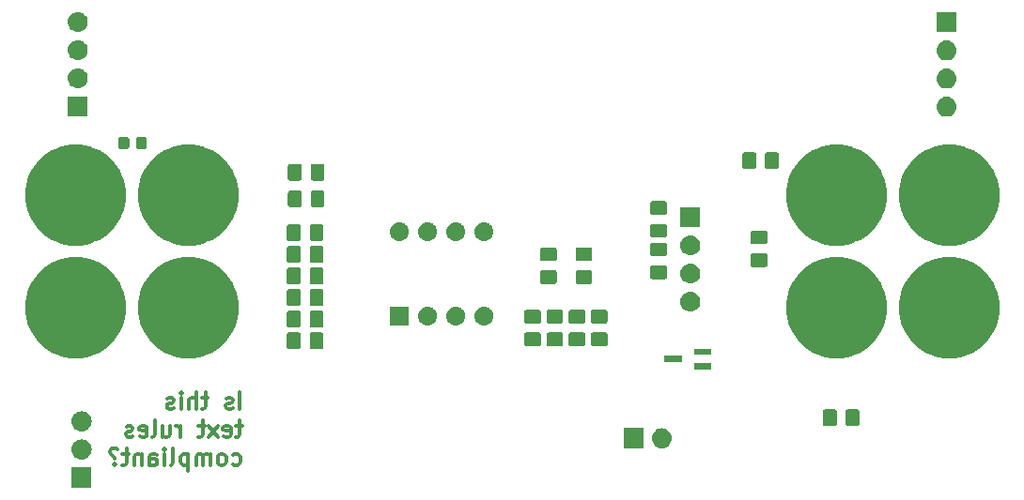
<source format=gbr>
G04 #@! TF.GenerationSoftware,KiCad,Pcbnew,(5.1.4)-1*
G04 #@! TF.CreationDate,2019-10-11T16:00:27-04:00*
G04 #@! TF.ProjectId,CellMan,43656c6c-4d61-46e2-9e6b-696361645f70,0.1*
G04 #@! TF.SameCoordinates,Original*
G04 #@! TF.FileFunction,Soldermask,Bot*
G04 #@! TF.FilePolarity,Negative*
%FSLAX46Y46*%
G04 Gerber Fmt 4.6, Leading zero omitted, Abs format (unit mm)*
G04 Created by KiCad (PCBNEW (5.1.4)-1) date 2019-10-11 16:00:27*
%MOMM*%
%LPD*%
G04 APERTURE LIST*
%ADD10C,0.300000*%
%ADD11C,0.100000*%
G04 APERTURE END LIST*
D10*
X116805000Y-119078571D02*
X116805000Y-117578571D01*
X116162143Y-119007142D02*
X116019285Y-119078571D01*
X115733571Y-119078571D01*
X115590714Y-119007142D01*
X115519285Y-118864285D01*
X115519285Y-118792857D01*
X115590714Y-118650000D01*
X115733571Y-118578571D01*
X115947857Y-118578571D01*
X116090714Y-118507142D01*
X116162143Y-118364285D01*
X116162143Y-118292857D01*
X116090714Y-118150000D01*
X115947857Y-118078571D01*
X115733571Y-118078571D01*
X115590714Y-118150000D01*
X113947857Y-118078571D02*
X113376428Y-118078571D01*
X113733571Y-117578571D02*
X113733571Y-118864285D01*
X113662143Y-119007142D01*
X113519285Y-119078571D01*
X113376428Y-119078571D01*
X112876428Y-119078571D02*
X112876428Y-117578571D01*
X112233571Y-119078571D02*
X112233571Y-118292857D01*
X112305000Y-118150000D01*
X112447857Y-118078571D01*
X112662143Y-118078571D01*
X112805000Y-118150000D01*
X112876428Y-118221428D01*
X111519285Y-119078571D02*
X111519285Y-118078571D01*
X111519285Y-117578571D02*
X111590714Y-117650000D01*
X111519285Y-117721428D01*
X111447857Y-117650000D01*
X111519285Y-117578571D01*
X111519285Y-117721428D01*
X110876428Y-119007142D02*
X110733571Y-119078571D01*
X110447857Y-119078571D01*
X110305000Y-119007142D01*
X110233571Y-118864285D01*
X110233571Y-118792857D01*
X110305000Y-118650000D01*
X110447857Y-118578571D01*
X110662143Y-118578571D01*
X110805000Y-118507142D01*
X110876428Y-118364285D01*
X110876428Y-118292857D01*
X110805000Y-118150000D01*
X110662143Y-118078571D01*
X110447857Y-118078571D01*
X110305000Y-118150000D01*
X117019285Y-120628571D02*
X116447857Y-120628571D01*
X116805000Y-120128571D02*
X116805000Y-121414285D01*
X116733571Y-121557142D01*
X116590714Y-121628571D01*
X116447857Y-121628571D01*
X115376428Y-121557142D02*
X115519285Y-121628571D01*
X115805000Y-121628571D01*
X115947857Y-121557142D01*
X116019285Y-121414285D01*
X116019285Y-120842857D01*
X115947857Y-120700000D01*
X115805000Y-120628571D01*
X115519285Y-120628571D01*
X115376428Y-120700000D01*
X115305000Y-120842857D01*
X115305000Y-120985714D01*
X116019285Y-121128571D01*
X114805000Y-121628571D02*
X114019285Y-120628571D01*
X114805000Y-120628571D02*
X114019285Y-121628571D01*
X113662143Y-120628571D02*
X113090714Y-120628571D01*
X113447857Y-120128571D02*
X113447857Y-121414285D01*
X113376428Y-121557142D01*
X113233571Y-121628571D01*
X113090714Y-121628571D01*
X111447857Y-121628571D02*
X111447857Y-120628571D01*
X111447857Y-120914285D02*
X111376428Y-120771428D01*
X111305000Y-120700000D01*
X111162143Y-120628571D01*
X111019285Y-120628571D01*
X109876428Y-120628571D02*
X109876428Y-121628571D01*
X110519285Y-120628571D02*
X110519285Y-121414285D01*
X110447857Y-121557142D01*
X110305000Y-121628571D01*
X110090714Y-121628571D01*
X109947857Y-121557142D01*
X109876428Y-121485714D01*
X108947857Y-121628571D02*
X109090714Y-121557142D01*
X109162143Y-121414285D01*
X109162143Y-120128571D01*
X107805000Y-121557142D02*
X107947857Y-121628571D01*
X108233571Y-121628571D01*
X108376428Y-121557142D01*
X108447857Y-121414285D01*
X108447857Y-120842857D01*
X108376428Y-120700000D01*
X108233571Y-120628571D01*
X107947857Y-120628571D01*
X107805000Y-120700000D01*
X107733571Y-120842857D01*
X107733571Y-120985714D01*
X108447857Y-121128571D01*
X107162143Y-121557142D02*
X107019285Y-121628571D01*
X106733571Y-121628571D01*
X106590714Y-121557142D01*
X106519285Y-121414285D01*
X106519285Y-121342857D01*
X106590714Y-121200000D01*
X106733571Y-121128571D01*
X106947857Y-121128571D01*
X107090714Y-121057142D01*
X107162143Y-120914285D01*
X107162143Y-120842857D01*
X107090714Y-120700000D01*
X106947857Y-120628571D01*
X106733571Y-120628571D01*
X106590714Y-120700000D01*
X116162143Y-124107142D02*
X116305000Y-124178571D01*
X116590714Y-124178571D01*
X116733571Y-124107142D01*
X116805000Y-124035714D01*
X116876428Y-123892857D01*
X116876428Y-123464285D01*
X116805000Y-123321428D01*
X116733571Y-123250000D01*
X116590714Y-123178571D01*
X116305000Y-123178571D01*
X116162143Y-123250000D01*
X115305000Y-124178571D02*
X115447857Y-124107142D01*
X115519285Y-124035714D01*
X115590714Y-123892857D01*
X115590714Y-123464285D01*
X115519285Y-123321428D01*
X115447857Y-123250000D01*
X115305000Y-123178571D01*
X115090714Y-123178571D01*
X114947857Y-123250000D01*
X114876428Y-123321428D01*
X114805000Y-123464285D01*
X114805000Y-123892857D01*
X114876428Y-124035714D01*
X114947857Y-124107142D01*
X115090714Y-124178571D01*
X115305000Y-124178571D01*
X114162143Y-124178571D02*
X114162143Y-123178571D01*
X114162143Y-123321428D02*
X114090714Y-123250000D01*
X113947857Y-123178571D01*
X113733571Y-123178571D01*
X113590714Y-123250000D01*
X113519285Y-123392857D01*
X113519285Y-124178571D01*
X113519285Y-123392857D02*
X113447857Y-123250000D01*
X113305000Y-123178571D01*
X113090714Y-123178571D01*
X112947857Y-123250000D01*
X112876428Y-123392857D01*
X112876428Y-124178571D01*
X112162143Y-123178571D02*
X112162143Y-124678571D01*
X112162143Y-123250000D02*
X112019285Y-123178571D01*
X111733571Y-123178571D01*
X111590714Y-123250000D01*
X111519285Y-123321428D01*
X111447857Y-123464285D01*
X111447857Y-123892857D01*
X111519285Y-124035714D01*
X111590714Y-124107142D01*
X111733571Y-124178571D01*
X112019285Y-124178571D01*
X112162143Y-124107142D01*
X110590714Y-124178571D02*
X110733571Y-124107142D01*
X110805000Y-123964285D01*
X110805000Y-122678571D01*
X110019285Y-124178571D02*
X110019285Y-123178571D01*
X110019285Y-122678571D02*
X110090714Y-122750000D01*
X110019285Y-122821428D01*
X109947857Y-122750000D01*
X110019285Y-122678571D01*
X110019285Y-122821428D01*
X108662143Y-124178571D02*
X108662143Y-123392857D01*
X108733571Y-123250000D01*
X108876428Y-123178571D01*
X109162143Y-123178571D01*
X109305000Y-123250000D01*
X108662143Y-124107142D02*
X108805000Y-124178571D01*
X109162143Y-124178571D01*
X109305000Y-124107142D01*
X109376428Y-123964285D01*
X109376428Y-123821428D01*
X109305000Y-123678571D01*
X109162143Y-123607142D01*
X108805000Y-123607142D01*
X108662143Y-123535714D01*
X107947857Y-123178571D02*
X107947857Y-124178571D01*
X107947857Y-123321428D02*
X107876428Y-123250000D01*
X107733571Y-123178571D01*
X107519285Y-123178571D01*
X107376428Y-123250000D01*
X107305000Y-123392857D01*
X107305000Y-124178571D01*
X106805000Y-123178571D02*
X106233571Y-123178571D01*
X106590714Y-122678571D02*
X106590714Y-123964285D01*
X106519285Y-124107142D01*
X106376428Y-124178571D01*
X106233571Y-124178571D01*
X105519285Y-124035714D02*
X105447857Y-124107142D01*
X105519285Y-124178571D01*
X105590714Y-124107142D01*
X105519285Y-124035714D01*
X105519285Y-124178571D01*
X105805000Y-122750000D02*
X105662143Y-122678571D01*
X105305000Y-122678571D01*
X105162143Y-122750000D01*
X105090714Y-122892857D01*
X105090714Y-123035714D01*
X105162143Y-123178571D01*
X105233571Y-123250000D01*
X105376428Y-123321428D01*
X105447857Y-123392857D01*
X105519285Y-123535714D01*
X105519285Y-123607142D01*
D11*
G36*
X103451000Y-126201000D02*
G01*
X101649000Y-126201000D01*
X101649000Y-124399000D01*
X103451000Y-124399000D01*
X103451000Y-126201000D01*
X103451000Y-126201000D01*
G37*
G36*
X102660443Y-121865519D02*
G01*
X102726627Y-121872037D01*
X102896466Y-121923557D01*
X103052991Y-122007222D01*
X103088729Y-122036552D01*
X103190186Y-122119814D01*
X103273448Y-122221271D01*
X103302778Y-122257009D01*
X103386443Y-122413534D01*
X103437963Y-122583373D01*
X103455359Y-122760000D01*
X103437963Y-122936627D01*
X103386443Y-123106466D01*
X103302778Y-123262991D01*
X103273448Y-123298729D01*
X103190186Y-123400186D01*
X103088729Y-123483448D01*
X103052991Y-123512778D01*
X102896466Y-123596443D01*
X102726627Y-123647963D01*
X102660443Y-123654481D01*
X102594260Y-123661000D01*
X102505740Y-123661000D01*
X102439557Y-123654481D01*
X102373373Y-123647963D01*
X102203534Y-123596443D01*
X102047009Y-123512778D01*
X102011271Y-123483448D01*
X101909814Y-123400186D01*
X101826552Y-123298729D01*
X101797222Y-123262991D01*
X101713557Y-123106466D01*
X101662037Y-122936627D01*
X101644641Y-122760000D01*
X101662037Y-122583373D01*
X101713557Y-122413534D01*
X101797222Y-122257009D01*
X101826552Y-122221271D01*
X101909814Y-122119814D01*
X102011271Y-122036552D01*
X102047009Y-122007222D01*
X102203534Y-121923557D01*
X102373373Y-121872037D01*
X102439557Y-121865519D01*
X102505740Y-121859000D01*
X102594260Y-121859000D01*
X102660443Y-121865519D01*
X102660443Y-121865519D01*
G37*
G36*
X153201000Y-122651000D02*
G01*
X151399000Y-122651000D01*
X151399000Y-120849000D01*
X153201000Y-120849000D01*
X153201000Y-122651000D01*
X153201000Y-122651000D01*
G37*
G36*
X154950442Y-120855518D02*
G01*
X155016627Y-120862037D01*
X155186466Y-120913557D01*
X155342991Y-120997222D01*
X155378729Y-121026552D01*
X155480186Y-121109814D01*
X155563448Y-121211271D01*
X155592778Y-121247009D01*
X155676443Y-121403534D01*
X155727963Y-121573373D01*
X155745359Y-121750000D01*
X155727963Y-121926627D01*
X155676443Y-122096466D01*
X155592778Y-122252991D01*
X155563448Y-122288729D01*
X155480186Y-122390186D01*
X155378729Y-122473448D01*
X155342991Y-122502778D01*
X155186466Y-122586443D01*
X155016627Y-122637963D01*
X154950443Y-122644481D01*
X154884260Y-122651000D01*
X154795740Y-122651000D01*
X154729557Y-122644481D01*
X154663373Y-122637963D01*
X154493534Y-122586443D01*
X154337009Y-122502778D01*
X154301271Y-122473448D01*
X154199814Y-122390186D01*
X154116552Y-122288729D01*
X154087222Y-122252991D01*
X154003557Y-122096466D01*
X153952037Y-121926627D01*
X153934641Y-121750000D01*
X153952037Y-121573373D01*
X154003557Y-121403534D01*
X154087222Y-121247009D01*
X154116552Y-121211271D01*
X154199814Y-121109814D01*
X154301271Y-121026552D01*
X154337009Y-120997222D01*
X154493534Y-120913557D01*
X154663373Y-120862037D01*
X154729558Y-120855518D01*
X154795740Y-120849000D01*
X154884260Y-120849000D01*
X154950442Y-120855518D01*
X154950442Y-120855518D01*
G37*
G36*
X102660442Y-119325518D02*
G01*
X102726627Y-119332037D01*
X102896466Y-119383557D01*
X103052991Y-119467222D01*
X103088729Y-119496552D01*
X103190186Y-119579814D01*
X103273448Y-119681271D01*
X103302778Y-119717009D01*
X103386443Y-119873534D01*
X103437963Y-120043373D01*
X103455359Y-120220000D01*
X103437963Y-120396627D01*
X103386443Y-120566466D01*
X103302778Y-120722991D01*
X103273448Y-120758729D01*
X103190186Y-120860186D01*
X103088729Y-120943448D01*
X103052991Y-120972778D01*
X102896466Y-121056443D01*
X102726627Y-121107963D01*
X102660442Y-121114482D01*
X102594260Y-121121000D01*
X102505740Y-121121000D01*
X102439558Y-121114482D01*
X102373373Y-121107963D01*
X102203534Y-121056443D01*
X102047009Y-120972778D01*
X102011271Y-120943448D01*
X101909814Y-120860186D01*
X101826552Y-120758729D01*
X101797222Y-120722991D01*
X101713557Y-120566466D01*
X101662037Y-120396627D01*
X101644641Y-120220000D01*
X101662037Y-120043373D01*
X101713557Y-119873534D01*
X101797222Y-119717009D01*
X101826552Y-119681271D01*
X101909814Y-119579814D01*
X102011271Y-119496552D01*
X102047009Y-119467222D01*
X102203534Y-119383557D01*
X102373373Y-119332037D01*
X102439558Y-119325518D01*
X102505740Y-119319000D01*
X102594260Y-119319000D01*
X102660442Y-119325518D01*
X102660442Y-119325518D01*
G37*
G36*
X172488674Y-119153465D02*
G01*
X172526367Y-119164899D01*
X172561103Y-119183466D01*
X172591548Y-119208452D01*
X172616534Y-119238897D01*
X172635101Y-119273633D01*
X172646535Y-119311326D01*
X172651000Y-119356661D01*
X172651000Y-120443339D01*
X172646535Y-120488674D01*
X172635101Y-120526367D01*
X172616534Y-120561103D01*
X172591548Y-120591548D01*
X172561103Y-120616534D01*
X172526367Y-120635101D01*
X172488674Y-120646535D01*
X172443339Y-120651000D01*
X171606661Y-120651000D01*
X171561326Y-120646535D01*
X171523633Y-120635101D01*
X171488897Y-120616534D01*
X171458452Y-120591548D01*
X171433466Y-120561103D01*
X171414899Y-120526367D01*
X171403465Y-120488674D01*
X171399000Y-120443339D01*
X171399000Y-119356661D01*
X171403465Y-119311326D01*
X171414899Y-119273633D01*
X171433466Y-119238897D01*
X171458452Y-119208452D01*
X171488897Y-119183466D01*
X171523633Y-119164899D01*
X171561326Y-119153465D01*
X171606661Y-119149000D01*
X172443339Y-119149000D01*
X172488674Y-119153465D01*
X172488674Y-119153465D01*
G37*
G36*
X170438674Y-119153465D02*
G01*
X170476367Y-119164899D01*
X170511103Y-119183466D01*
X170541548Y-119208452D01*
X170566534Y-119238897D01*
X170585101Y-119273633D01*
X170596535Y-119311326D01*
X170601000Y-119356661D01*
X170601000Y-120443339D01*
X170596535Y-120488674D01*
X170585101Y-120526367D01*
X170566534Y-120561103D01*
X170541548Y-120591548D01*
X170511103Y-120616534D01*
X170476367Y-120635101D01*
X170438674Y-120646535D01*
X170393339Y-120651000D01*
X169556661Y-120651000D01*
X169511326Y-120646535D01*
X169473633Y-120635101D01*
X169438897Y-120616534D01*
X169408452Y-120591548D01*
X169383466Y-120561103D01*
X169364899Y-120526367D01*
X169353465Y-120488674D01*
X169349000Y-120443339D01*
X169349000Y-119356661D01*
X169353465Y-119311326D01*
X169364899Y-119273633D01*
X169383466Y-119238897D01*
X169408452Y-119208452D01*
X169438897Y-119183466D01*
X169473633Y-119164899D01*
X169511326Y-119153465D01*
X169556661Y-119149000D01*
X170393339Y-119149000D01*
X170438674Y-119153465D01*
X170438674Y-119153465D01*
G37*
G36*
X159331000Y-115526000D02*
G01*
X157729000Y-115526000D01*
X157729000Y-114974000D01*
X159331000Y-114974000D01*
X159331000Y-115526000D01*
X159331000Y-115526000D01*
G37*
G36*
X156671000Y-114876000D02*
G01*
X155069000Y-114876000D01*
X155069000Y-114324000D01*
X156671000Y-114324000D01*
X156671000Y-114876000D01*
X156671000Y-114876000D01*
G37*
G36*
X103327477Y-105583892D02*
G01*
X103564149Y-105681925D01*
X104155707Y-105926956D01*
X104901093Y-106425008D01*
X105534992Y-107058907D01*
X106033044Y-107804293D01*
X106234006Y-108289459D01*
X106376108Y-108632523D01*
X106551000Y-109511764D01*
X106551000Y-110408236D01*
X106376108Y-111287477D01*
X106256473Y-111576300D01*
X106033044Y-112115707D01*
X105534992Y-112861093D01*
X104901093Y-113494992D01*
X104155707Y-113993044D01*
X103670541Y-114194006D01*
X103327477Y-114336108D01*
X102448236Y-114511000D01*
X101551764Y-114511000D01*
X100672523Y-114336108D01*
X100329459Y-114194006D01*
X99844293Y-113993044D01*
X99098907Y-113494992D01*
X98465008Y-112861093D01*
X97966956Y-112115707D01*
X97743527Y-111576300D01*
X97623892Y-111287477D01*
X97449000Y-110408236D01*
X97449000Y-109511764D01*
X97623892Y-108632523D01*
X97765994Y-108289459D01*
X97966956Y-107804293D01*
X98465008Y-107058907D01*
X99098907Y-106425008D01*
X99844293Y-105926956D01*
X100435851Y-105681925D01*
X100672523Y-105583892D01*
X101551764Y-105409000D01*
X102448236Y-105409000D01*
X103327477Y-105583892D01*
X103327477Y-105583892D01*
G37*
G36*
X113487477Y-105583892D02*
G01*
X113724149Y-105681925D01*
X114315707Y-105926956D01*
X115061093Y-106425008D01*
X115694992Y-107058907D01*
X116193044Y-107804293D01*
X116394006Y-108289459D01*
X116536108Y-108632523D01*
X116711000Y-109511764D01*
X116711000Y-110408236D01*
X116536108Y-111287477D01*
X116416473Y-111576300D01*
X116193044Y-112115707D01*
X115694992Y-112861093D01*
X115061093Y-113494992D01*
X114315707Y-113993044D01*
X113830541Y-114194006D01*
X113487477Y-114336108D01*
X112608236Y-114511000D01*
X111711764Y-114511000D01*
X110832523Y-114336108D01*
X110489459Y-114194006D01*
X110004293Y-113993044D01*
X109258907Y-113494992D01*
X108625008Y-112861093D01*
X108126956Y-112115707D01*
X107903527Y-111576300D01*
X107783892Y-111287477D01*
X107609000Y-110408236D01*
X107609000Y-109511764D01*
X107783892Y-108632523D01*
X107925994Y-108289459D01*
X108126956Y-107804293D01*
X108625008Y-107058907D01*
X109258907Y-106425008D01*
X110004293Y-105926956D01*
X110595851Y-105681925D01*
X110832523Y-105583892D01*
X111711764Y-105409000D01*
X112608236Y-105409000D01*
X113487477Y-105583892D01*
X113487477Y-105583892D01*
G37*
G36*
X182067477Y-105583892D02*
G01*
X182304149Y-105681925D01*
X182895707Y-105926956D01*
X183641093Y-106425008D01*
X184274992Y-107058907D01*
X184773044Y-107804293D01*
X184974006Y-108289459D01*
X185116108Y-108632523D01*
X185291000Y-109511764D01*
X185291000Y-110408236D01*
X185116108Y-111287477D01*
X184996473Y-111576300D01*
X184773044Y-112115707D01*
X184274992Y-112861093D01*
X183641093Y-113494992D01*
X182895707Y-113993044D01*
X182410541Y-114194006D01*
X182067477Y-114336108D01*
X181188236Y-114511000D01*
X180291764Y-114511000D01*
X179412523Y-114336108D01*
X179069459Y-114194006D01*
X178584293Y-113993044D01*
X177838907Y-113494992D01*
X177205008Y-112861093D01*
X176706956Y-112115707D01*
X176483527Y-111576300D01*
X176363892Y-111287477D01*
X176189000Y-110408236D01*
X176189000Y-109511764D01*
X176363892Y-108632523D01*
X176505994Y-108289459D01*
X176706956Y-107804293D01*
X177205008Y-107058907D01*
X177838907Y-106425008D01*
X178584293Y-105926956D01*
X179175851Y-105681925D01*
X179412523Y-105583892D01*
X180291764Y-105409000D01*
X181188236Y-105409000D01*
X182067477Y-105583892D01*
X182067477Y-105583892D01*
G37*
G36*
X171907477Y-105583892D02*
G01*
X172144149Y-105681925D01*
X172735707Y-105926956D01*
X173481093Y-106425008D01*
X174114992Y-107058907D01*
X174613044Y-107804293D01*
X174814006Y-108289459D01*
X174956108Y-108632523D01*
X175131000Y-109511764D01*
X175131000Y-110408236D01*
X174956108Y-111287477D01*
X174836473Y-111576300D01*
X174613044Y-112115707D01*
X174114992Y-112861093D01*
X173481093Y-113494992D01*
X172735707Y-113993044D01*
X172250541Y-114194006D01*
X171907477Y-114336108D01*
X171028236Y-114511000D01*
X170131764Y-114511000D01*
X169252523Y-114336108D01*
X168909459Y-114194006D01*
X168424293Y-113993044D01*
X167678907Y-113494992D01*
X167045008Y-112861093D01*
X166546956Y-112115707D01*
X166323527Y-111576300D01*
X166203892Y-111287477D01*
X166029000Y-110408236D01*
X166029000Y-109511764D01*
X166203892Y-108632523D01*
X166345994Y-108289459D01*
X166546956Y-107804293D01*
X167045008Y-107058907D01*
X167678907Y-106425008D01*
X168424293Y-105926956D01*
X169015851Y-105681925D01*
X169252523Y-105583892D01*
X170131764Y-105409000D01*
X171028236Y-105409000D01*
X171907477Y-105583892D01*
X171907477Y-105583892D01*
G37*
G36*
X159331000Y-114226000D02*
G01*
X157729000Y-114226000D01*
X157729000Y-113674000D01*
X159331000Y-113674000D01*
X159331000Y-114226000D01*
X159331000Y-114226000D01*
G37*
G36*
X124188674Y-112203465D02*
G01*
X124226367Y-112214899D01*
X124261103Y-112233466D01*
X124291548Y-112258452D01*
X124316534Y-112288897D01*
X124335101Y-112323633D01*
X124346535Y-112361326D01*
X124351000Y-112406661D01*
X124351000Y-113493339D01*
X124346535Y-113538674D01*
X124335101Y-113576367D01*
X124316534Y-113611103D01*
X124291548Y-113641548D01*
X124261103Y-113666534D01*
X124226367Y-113685101D01*
X124188674Y-113696535D01*
X124143339Y-113701000D01*
X123306661Y-113701000D01*
X123261326Y-113696535D01*
X123223633Y-113685101D01*
X123188897Y-113666534D01*
X123158452Y-113641548D01*
X123133466Y-113611103D01*
X123114899Y-113576367D01*
X123103465Y-113538674D01*
X123099000Y-113493339D01*
X123099000Y-112406661D01*
X123103465Y-112361326D01*
X123114899Y-112323633D01*
X123133466Y-112288897D01*
X123158452Y-112258452D01*
X123188897Y-112233466D01*
X123223633Y-112214899D01*
X123261326Y-112203465D01*
X123306661Y-112199000D01*
X124143339Y-112199000D01*
X124188674Y-112203465D01*
X124188674Y-112203465D01*
G37*
G36*
X122138674Y-112203465D02*
G01*
X122176367Y-112214899D01*
X122211103Y-112233466D01*
X122241548Y-112258452D01*
X122266534Y-112288897D01*
X122285101Y-112323633D01*
X122296535Y-112361326D01*
X122301000Y-112406661D01*
X122301000Y-113493339D01*
X122296535Y-113538674D01*
X122285101Y-113576367D01*
X122266534Y-113611103D01*
X122241548Y-113641548D01*
X122211103Y-113666534D01*
X122176367Y-113685101D01*
X122138674Y-113696535D01*
X122093339Y-113701000D01*
X121256661Y-113701000D01*
X121211326Y-113696535D01*
X121173633Y-113685101D01*
X121138897Y-113666534D01*
X121108452Y-113641548D01*
X121083466Y-113611103D01*
X121064899Y-113576367D01*
X121053465Y-113538674D01*
X121049000Y-113493339D01*
X121049000Y-112406661D01*
X121053465Y-112361326D01*
X121064899Y-112323633D01*
X121083466Y-112288897D01*
X121108452Y-112258452D01*
X121138897Y-112233466D01*
X121173633Y-112214899D01*
X121211326Y-112203465D01*
X121256661Y-112199000D01*
X122093339Y-112199000D01*
X122138674Y-112203465D01*
X122138674Y-112203465D01*
G37*
G36*
X143788674Y-112203465D02*
G01*
X143826367Y-112214899D01*
X143861103Y-112233466D01*
X143891548Y-112258452D01*
X143916534Y-112288897D01*
X143935101Y-112323633D01*
X143946535Y-112361326D01*
X143951000Y-112406661D01*
X143951000Y-113243339D01*
X143946535Y-113288674D01*
X143935101Y-113326367D01*
X143916534Y-113361103D01*
X143891548Y-113391548D01*
X143861103Y-113416534D01*
X143826367Y-113435101D01*
X143788674Y-113446535D01*
X143743339Y-113451000D01*
X142656661Y-113451000D01*
X142611326Y-113446535D01*
X142573633Y-113435101D01*
X142538897Y-113416534D01*
X142508452Y-113391548D01*
X142483466Y-113361103D01*
X142464899Y-113326367D01*
X142453465Y-113288674D01*
X142449000Y-113243339D01*
X142449000Y-112406661D01*
X142453465Y-112361326D01*
X142464899Y-112323633D01*
X142483466Y-112288897D01*
X142508452Y-112258452D01*
X142538897Y-112233466D01*
X142573633Y-112214899D01*
X142611326Y-112203465D01*
X142656661Y-112199000D01*
X143743339Y-112199000D01*
X143788674Y-112203465D01*
X143788674Y-112203465D01*
G37*
G36*
X145788674Y-112203465D02*
G01*
X145826367Y-112214899D01*
X145861103Y-112233466D01*
X145891548Y-112258452D01*
X145916534Y-112288897D01*
X145935101Y-112323633D01*
X145946535Y-112361326D01*
X145951000Y-112406661D01*
X145951000Y-113243339D01*
X145946535Y-113288674D01*
X145935101Y-113326367D01*
X145916534Y-113361103D01*
X145891548Y-113391548D01*
X145861103Y-113416534D01*
X145826367Y-113435101D01*
X145788674Y-113446535D01*
X145743339Y-113451000D01*
X144656661Y-113451000D01*
X144611326Y-113446535D01*
X144573633Y-113435101D01*
X144538897Y-113416534D01*
X144508452Y-113391548D01*
X144483466Y-113361103D01*
X144464899Y-113326367D01*
X144453465Y-113288674D01*
X144449000Y-113243339D01*
X144449000Y-112406661D01*
X144453465Y-112361326D01*
X144464899Y-112323633D01*
X144483466Y-112288897D01*
X144508452Y-112258452D01*
X144538897Y-112233466D01*
X144573633Y-112214899D01*
X144611326Y-112203465D01*
X144656661Y-112199000D01*
X145743339Y-112199000D01*
X145788674Y-112203465D01*
X145788674Y-112203465D01*
G37*
G36*
X147788674Y-112203465D02*
G01*
X147826367Y-112214899D01*
X147861103Y-112233466D01*
X147891548Y-112258452D01*
X147916534Y-112288897D01*
X147935101Y-112323633D01*
X147946535Y-112361326D01*
X147951000Y-112406661D01*
X147951000Y-113243339D01*
X147946535Y-113288674D01*
X147935101Y-113326367D01*
X147916534Y-113361103D01*
X147891548Y-113391548D01*
X147861103Y-113416534D01*
X147826367Y-113435101D01*
X147788674Y-113446535D01*
X147743339Y-113451000D01*
X146656661Y-113451000D01*
X146611326Y-113446535D01*
X146573633Y-113435101D01*
X146538897Y-113416534D01*
X146508452Y-113391548D01*
X146483466Y-113361103D01*
X146464899Y-113326367D01*
X146453465Y-113288674D01*
X146449000Y-113243339D01*
X146449000Y-112406661D01*
X146453465Y-112361326D01*
X146464899Y-112323633D01*
X146483466Y-112288897D01*
X146508452Y-112258452D01*
X146538897Y-112233466D01*
X146573633Y-112214899D01*
X146611326Y-112203465D01*
X146656661Y-112199000D01*
X147743339Y-112199000D01*
X147788674Y-112203465D01*
X147788674Y-112203465D01*
G37*
G36*
X149788674Y-112203465D02*
G01*
X149826367Y-112214899D01*
X149861103Y-112233466D01*
X149891548Y-112258452D01*
X149916534Y-112288897D01*
X149935101Y-112323633D01*
X149946535Y-112361326D01*
X149951000Y-112406661D01*
X149951000Y-113243339D01*
X149946535Y-113288674D01*
X149935101Y-113326367D01*
X149916534Y-113361103D01*
X149891548Y-113391548D01*
X149861103Y-113416534D01*
X149826367Y-113435101D01*
X149788674Y-113446535D01*
X149743339Y-113451000D01*
X148656661Y-113451000D01*
X148611326Y-113446535D01*
X148573633Y-113435101D01*
X148538897Y-113416534D01*
X148508452Y-113391548D01*
X148483466Y-113361103D01*
X148464899Y-113326367D01*
X148453465Y-113288674D01*
X148449000Y-113243339D01*
X148449000Y-112406661D01*
X148453465Y-112361326D01*
X148464899Y-112323633D01*
X148483466Y-112288897D01*
X148508452Y-112258452D01*
X148538897Y-112233466D01*
X148573633Y-112214899D01*
X148611326Y-112203465D01*
X148656661Y-112199000D01*
X149743339Y-112199000D01*
X149788674Y-112203465D01*
X149788674Y-112203465D01*
G37*
G36*
X124188674Y-110253465D02*
G01*
X124226367Y-110264899D01*
X124261103Y-110283466D01*
X124291548Y-110308452D01*
X124316534Y-110338897D01*
X124335101Y-110373633D01*
X124346535Y-110411326D01*
X124351000Y-110456661D01*
X124351000Y-111543339D01*
X124346535Y-111588674D01*
X124335101Y-111626367D01*
X124316534Y-111661103D01*
X124291548Y-111691548D01*
X124261103Y-111716534D01*
X124226367Y-111735101D01*
X124188674Y-111746535D01*
X124143339Y-111751000D01*
X123306661Y-111751000D01*
X123261326Y-111746535D01*
X123223633Y-111735101D01*
X123188897Y-111716534D01*
X123158452Y-111691548D01*
X123133466Y-111661103D01*
X123114899Y-111626367D01*
X123103465Y-111588674D01*
X123099000Y-111543339D01*
X123099000Y-110456661D01*
X123103465Y-110411326D01*
X123114899Y-110373633D01*
X123133466Y-110338897D01*
X123158452Y-110308452D01*
X123188897Y-110283466D01*
X123223633Y-110264899D01*
X123261326Y-110253465D01*
X123306661Y-110249000D01*
X124143339Y-110249000D01*
X124188674Y-110253465D01*
X124188674Y-110253465D01*
G37*
G36*
X122138674Y-110253465D02*
G01*
X122176367Y-110264899D01*
X122211103Y-110283466D01*
X122241548Y-110308452D01*
X122266534Y-110338897D01*
X122285101Y-110373633D01*
X122296535Y-110411326D01*
X122301000Y-110456661D01*
X122301000Y-111543339D01*
X122296535Y-111588674D01*
X122285101Y-111626367D01*
X122266534Y-111661103D01*
X122241548Y-111691548D01*
X122211103Y-111716534D01*
X122176367Y-111735101D01*
X122138674Y-111746535D01*
X122093339Y-111751000D01*
X121256661Y-111751000D01*
X121211326Y-111746535D01*
X121173633Y-111735101D01*
X121138897Y-111716534D01*
X121108452Y-111691548D01*
X121083466Y-111661103D01*
X121064899Y-111626367D01*
X121053465Y-111588674D01*
X121049000Y-111543339D01*
X121049000Y-110456661D01*
X121053465Y-110411326D01*
X121064899Y-110373633D01*
X121083466Y-110338897D01*
X121108452Y-110308452D01*
X121138897Y-110283466D01*
X121173633Y-110264899D01*
X121211326Y-110253465D01*
X121256661Y-110249000D01*
X122093339Y-110249000D01*
X122138674Y-110253465D01*
X122138674Y-110253465D01*
G37*
G36*
X136444023Y-109886613D02*
G01*
X136604442Y-109935276D01*
X136737106Y-110006186D01*
X136752278Y-110014296D01*
X136881859Y-110120641D01*
X136988204Y-110250222D01*
X136988205Y-110250224D01*
X137067224Y-110398058D01*
X137067225Y-110398061D01*
X137071249Y-110411326D01*
X137115887Y-110558477D01*
X137132317Y-110725300D01*
X137115887Y-110892123D01*
X137067224Y-111052542D01*
X137026449Y-111128827D01*
X136988204Y-111200378D01*
X136881859Y-111329959D01*
X136752278Y-111436304D01*
X136752276Y-111436305D01*
X136604442Y-111515324D01*
X136444023Y-111563987D01*
X136319004Y-111576300D01*
X136235396Y-111576300D01*
X136110377Y-111563987D01*
X135949958Y-111515324D01*
X135802124Y-111436305D01*
X135802122Y-111436304D01*
X135672541Y-111329959D01*
X135566196Y-111200378D01*
X135527951Y-111128827D01*
X135487176Y-111052542D01*
X135438513Y-110892123D01*
X135422083Y-110725300D01*
X135438513Y-110558477D01*
X135483151Y-110411326D01*
X135487175Y-110398061D01*
X135487176Y-110398058D01*
X135566195Y-110250224D01*
X135566196Y-110250222D01*
X135672541Y-110120641D01*
X135802122Y-110014296D01*
X135817294Y-110006186D01*
X135949958Y-109935276D01*
X136110377Y-109886613D01*
X136235396Y-109874300D01*
X136319004Y-109874300D01*
X136444023Y-109886613D01*
X136444023Y-109886613D01*
G37*
G36*
X138984023Y-109886613D02*
G01*
X139144442Y-109935276D01*
X139277106Y-110006186D01*
X139292278Y-110014296D01*
X139421859Y-110120641D01*
X139528204Y-110250222D01*
X139528205Y-110250224D01*
X139607224Y-110398058D01*
X139607225Y-110398061D01*
X139611249Y-110411326D01*
X139655887Y-110558477D01*
X139672317Y-110725300D01*
X139655887Y-110892123D01*
X139607224Y-111052542D01*
X139566449Y-111128827D01*
X139528204Y-111200378D01*
X139421859Y-111329959D01*
X139292278Y-111436304D01*
X139292276Y-111436305D01*
X139144442Y-111515324D01*
X138984023Y-111563987D01*
X138859004Y-111576300D01*
X138775396Y-111576300D01*
X138650377Y-111563987D01*
X138489958Y-111515324D01*
X138342124Y-111436305D01*
X138342122Y-111436304D01*
X138212541Y-111329959D01*
X138106196Y-111200378D01*
X138067951Y-111128827D01*
X138027176Y-111052542D01*
X137978513Y-110892123D01*
X137962083Y-110725300D01*
X137978513Y-110558477D01*
X138023151Y-110411326D01*
X138027175Y-110398061D01*
X138027176Y-110398058D01*
X138106195Y-110250224D01*
X138106196Y-110250222D01*
X138212541Y-110120641D01*
X138342122Y-110014296D01*
X138357294Y-110006186D01*
X138489958Y-109935276D01*
X138650377Y-109886613D01*
X138775396Y-109874300D01*
X138859004Y-109874300D01*
X138984023Y-109886613D01*
X138984023Y-109886613D01*
G37*
G36*
X132048200Y-111576300D02*
G01*
X130346200Y-111576300D01*
X130346200Y-109874300D01*
X132048200Y-109874300D01*
X132048200Y-111576300D01*
X132048200Y-111576300D01*
G37*
G36*
X133904023Y-109886613D02*
G01*
X134064442Y-109935276D01*
X134197106Y-110006186D01*
X134212278Y-110014296D01*
X134341859Y-110120641D01*
X134448204Y-110250222D01*
X134448205Y-110250224D01*
X134527224Y-110398058D01*
X134527225Y-110398061D01*
X134531249Y-110411326D01*
X134575887Y-110558477D01*
X134592317Y-110725300D01*
X134575887Y-110892123D01*
X134527224Y-111052542D01*
X134486449Y-111128827D01*
X134448204Y-111200378D01*
X134341859Y-111329959D01*
X134212278Y-111436304D01*
X134212276Y-111436305D01*
X134064442Y-111515324D01*
X133904023Y-111563987D01*
X133779004Y-111576300D01*
X133695396Y-111576300D01*
X133570377Y-111563987D01*
X133409958Y-111515324D01*
X133262124Y-111436305D01*
X133262122Y-111436304D01*
X133132541Y-111329959D01*
X133026196Y-111200378D01*
X132987951Y-111128827D01*
X132947176Y-111052542D01*
X132898513Y-110892123D01*
X132882083Y-110725300D01*
X132898513Y-110558477D01*
X132943151Y-110411326D01*
X132947175Y-110398061D01*
X132947176Y-110398058D01*
X133026195Y-110250224D01*
X133026196Y-110250222D01*
X133132541Y-110120641D01*
X133262122Y-110014296D01*
X133277294Y-110006186D01*
X133409958Y-109935276D01*
X133570377Y-109886613D01*
X133695396Y-109874300D01*
X133779004Y-109874300D01*
X133904023Y-109886613D01*
X133904023Y-109886613D01*
G37*
G36*
X149788674Y-110153465D02*
G01*
X149826367Y-110164899D01*
X149861103Y-110183466D01*
X149891548Y-110208452D01*
X149916534Y-110238897D01*
X149935101Y-110273633D01*
X149946535Y-110311326D01*
X149951000Y-110356661D01*
X149951000Y-111193339D01*
X149946535Y-111238674D01*
X149935101Y-111276367D01*
X149916534Y-111311103D01*
X149891548Y-111341548D01*
X149861103Y-111366534D01*
X149826367Y-111385101D01*
X149788674Y-111396535D01*
X149743339Y-111401000D01*
X148656661Y-111401000D01*
X148611326Y-111396535D01*
X148573633Y-111385101D01*
X148538897Y-111366534D01*
X148508452Y-111341548D01*
X148483466Y-111311103D01*
X148464899Y-111276367D01*
X148453465Y-111238674D01*
X148449000Y-111193339D01*
X148449000Y-110356661D01*
X148453465Y-110311326D01*
X148464899Y-110273633D01*
X148483466Y-110238897D01*
X148508452Y-110208452D01*
X148538897Y-110183466D01*
X148573633Y-110164899D01*
X148611326Y-110153465D01*
X148656661Y-110149000D01*
X149743339Y-110149000D01*
X149788674Y-110153465D01*
X149788674Y-110153465D01*
G37*
G36*
X145788674Y-110153465D02*
G01*
X145826367Y-110164899D01*
X145861103Y-110183466D01*
X145891548Y-110208452D01*
X145916534Y-110238897D01*
X145935101Y-110273633D01*
X145946535Y-110311326D01*
X145951000Y-110356661D01*
X145951000Y-111193339D01*
X145946535Y-111238674D01*
X145935101Y-111276367D01*
X145916534Y-111311103D01*
X145891548Y-111341548D01*
X145861103Y-111366534D01*
X145826367Y-111385101D01*
X145788674Y-111396535D01*
X145743339Y-111401000D01*
X144656661Y-111401000D01*
X144611326Y-111396535D01*
X144573633Y-111385101D01*
X144538897Y-111366534D01*
X144508452Y-111341548D01*
X144483466Y-111311103D01*
X144464899Y-111276367D01*
X144453465Y-111238674D01*
X144449000Y-111193339D01*
X144449000Y-110356661D01*
X144453465Y-110311326D01*
X144464899Y-110273633D01*
X144483466Y-110238897D01*
X144508452Y-110208452D01*
X144538897Y-110183466D01*
X144573633Y-110164899D01*
X144611326Y-110153465D01*
X144656661Y-110149000D01*
X145743339Y-110149000D01*
X145788674Y-110153465D01*
X145788674Y-110153465D01*
G37*
G36*
X143788674Y-110153465D02*
G01*
X143826367Y-110164899D01*
X143861103Y-110183466D01*
X143891548Y-110208452D01*
X143916534Y-110238897D01*
X143935101Y-110273633D01*
X143946535Y-110311326D01*
X143951000Y-110356661D01*
X143951000Y-111193339D01*
X143946535Y-111238674D01*
X143935101Y-111276367D01*
X143916534Y-111311103D01*
X143891548Y-111341548D01*
X143861103Y-111366534D01*
X143826367Y-111385101D01*
X143788674Y-111396535D01*
X143743339Y-111401000D01*
X142656661Y-111401000D01*
X142611326Y-111396535D01*
X142573633Y-111385101D01*
X142538897Y-111366534D01*
X142508452Y-111341548D01*
X142483466Y-111311103D01*
X142464899Y-111276367D01*
X142453465Y-111238674D01*
X142449000Y-111193339D01*
X142449000Y-110356661D01*
X142453465Y-110311326D01*
X142464899Y-110273633D01*
X142483466Y-110238897D01*
X142508452Y-110208452D01*
X142538897Y-110183466D01*
X142573633Y-110164899D01*
X142611326Y-110153465D01*
X142656661Y-110149000D01*
X143743339Y-110149000D01*
X143788674Y-110153465D01*
X143788674Y-110153465D01*
G37*
G36*
X147788674Y-110153465D02*
G01*
X147826367Y-110164899D01*
X147861103Y-110183466D01*
X147891548Y-110208452D01*
X147916534Y-110238897D01*
X147935101Y-110273633D01*
X147946535Y-110311326D01*
X147951000Y-110356661D01*
X147951000Y-111193339D01*
X147946535Y-111238674D01*
X147935101Y-111276367D01*
X147916534Y-111311103D01*
X147891548Y-111341548D01*
X147861103Y-111366534D01*
X147826367Y-111385101D01*
X147788674Y-111396535D01*
X147743339Y-111401000D01*
X146656661Y-111401000D01*
X146611326Y-111396535D01*
X146573633Y-111385101D01*
X146538897Y-111366534D01*
X146508452Y-111341548D01*
X146483466Y-111311103D01*
X146464899Y-111276367D01*
X146453465Y-111238674D01*
X146449000Y-111193339D01*
X146449000Y-110356661D01*
X146453465Y-110311326D01*
X146464899Y-110273633D01*
X146483466Y-110238897D01*
X146508452Y-110208452D01*
X146538897Y-110183466D01*
X146573633Y-110164899D01*
X146611326Y-110153465D01*
X146656661Y-110149000D01*
X147743339Y-110149000D01*
X147788674Y-110153465D01*
X147788674Y-110153465D01*
G37*
G36*
X157510443Y-108525519D02*
G01*
X157576627Y-108532037D01*
X157746466Y-108583557D01*
X157902991Y-108667222D01*
X157938729Y-108696552D01*
X158040186Y-108779814D01*
X158123448Y-108881271D01*
X158152778Y-108917009D01*
X158236443Y-109073534D01*
X158287963Y-109243373D01*
X158305359Y-109420000D01*
X158287963Y-109596627D01*
X158236443Y-109766466D01*
X158152778Y-109922991D01*
X158123448Y-109958729D01*
X158040186Y-110060186D01*
X157966520Y-110120641D01*
X157902991Y-110172778D01*
X157902989Y-110172779D01*
X157752038Y-110253465D01*
X157746466Y-110256443D01*
X157576627Y-110307963D01*
X157510442Y-110314482D01*
X157444260Y-110321000D01*
X157355740Y-110321000D01*
X157289558Y-110314482D01*
X157223373Y-110307963D01*
X157053534Y-110256443D01*
X157047963Y-110253465D01*
X156897011Y-110172779D01*
X156897009Y-110172778D01*
X156833480Y-110120641D01*
X156759814Y-110060186D01*
X156676552Y-109958729D01*
X156647222Y-109922991D01*
X156563557Y-109766466D01*
X156512037Y-109596627D01*
X156494641Y-109420000D01*
X156512037Y-109243373D01*
X156563557Y-109073534D01*
X156647222Y-108917009D01*
X156676552Y-108881271D01*
X156759814Y-108779814D01*
X156861271Y-108696552D01*
X156897009Y-108667222D01*
X157053534Y-108583557D01*
X157223373Y-108532037D01*
X157289557Y-108525519D01*
X157355740Y-108519000D01*
X157444260Y-108519000D01*
X157510443Y-108525519D01*
X157510443Y-108525519D01*
G37*
G36*
X122138674Y-108303465D02*
G01*
X122176367Y-108314899D01*
X122211103Y-108333466D01*
X122241548Y-108358452D01*
X122266534Y-108388897D01*
X122285101Y-108423633D01*
X122296535Y-108461326D01*
X122301000Y-108506661D01*
X122301000Y-109593339D01*
X122296535Y-109638674D01*
X122285101Y-109676367D01*
X122266534Y-109711103D01*
X122241548Y-109741548D01*
X122211103Y-109766534D01*
X122176367Y-109785101D01*
X122138674Y-109796535D01*
X122093339Y-109801000D01*
X121256661Y-109801000D01*
X121211326Y-109796535D01*
X121173633Y-109785101D01*
X121138897Y-109766534D01*
X121108452Y-109741548D01*
X121083466Y-109711103D01*
X121064899Y-109676367D01*
X121053465Y-109638674D01*
X121049000Y-109593339D01*
X121049000Y-108506661D01*
X121053465Y-108461326D01*
X121064899Y-108423633D01*
X121083466Y-108388897D01*
X121108452Y-108358452D01*
X121138897Y-108333466D01*
X121173633Y-108314899D01*
X121211326Y-108303465D01*
X121256661Y-108299000D01*
X122093339Y-108299000D01*
X122138674Y-108303465D01*
X122138674Y-108303465D01*
G37*
G36*
X124188674Y-108303465D02*
G01*
X124226367Y-108314899D01*
X124261103Y-108333466D01*
X124291548Y-108358452D01*
X124316534Y-108388897D01*
X124335101Y-108423633D01*
X124346535Y-108461326D01*
X124351000Y-108506661D01*
X124351000Y-109593339D01*
X124346535Y-109638674D01*
X124335101Y-109676367D01*
X124316534Y-109711103D01*
X124291548Y-109741548D01*
X124261103Y-109766534D01*
X124226367Y-109785101D01*
X124188674Y-109796535D01*
X124143339Y-109801000D01*
X123306661Y-109801000D01*
X123261326Y-109796535D01*
X123223633Y-109785101D01*
X123188897Y-109766534D01*
X123158452Y-109741548D01*
X123133466Y-109711103D01*
X123114899Y-109676367D01*
X123103465Y-109638674D01*
X123099000Y-109593339D01*
X123099000Y-108506661D01*
X123103465Y-108461326D01*
X123114899Y-108423633D01*
X123133466Y-108388897D01*
X123158452Y-108358452D01*
X123188897Y-108333466D01*
X123223633Y-108314899D01*
X123261326Y-108303465D01*
X123306661Y-108299000D01*
X124143339Y-108299000D01*
X124188674Y-108303465D01*
X124188674Y-108303465D01*
G37*
G36*
X124188674Y-106353465D02*
G01*
X124226367Y-106364899D01*
X124261103Y-106383466D01*
X124291548Y-106408452D01*
X124316534Y-106438897D01*
X124335101Y-106473633D01*
X124346535Y-106511326D01*
X124351000Y-106556661D01*
X124351000Y-107643339D01*
X124346535Y-107688674D01*
X124335101Y-107726367D01*
X124316534Y-107761103D01*
X124291548Y-107791548D01*
X124261103Y-107816534D01*
X124226367Y-107835101D01*
X124188674Y-107846535D01*
X124143339Y-107851000D01*
X123306661Y-107851000D01*
X123261326Y-107846535D01*
X123223633Y-107835101D01*
X123188897Y-107816534D01*
X123158452Y-107791548D01*
X123133466Y-107761103D01*
X123114899Y-107726367D01*
X123103465Y-107688674D01*
X123099000Y-107643339D01*
X123099000Y-106556661D01*
X123103465Y-106511326D01*
X123114899Y-106473633D01*
X123133466Y-106438897D01*
X123158452Y-106408452D01*
X123188897Y-106383466D01*
X123223633Y-106364899D01*
X123261326Y-106353465D01*
X123306661Y-106349000D01*
X124143339Y-106349000D01*
X124188674Y-106353465D01*
X124188674Y-106353465D01*
G37*
G36*
X122138674Y-106353465D02*
G01*
X122176367Y-106364899D01*
X122211103Y-106383466D01*
X122241548Y-106408452D01*
X122266534Y-106438897D01*
X122285101Y-106473633D01*
X122296535Y-106511326D01*
X122301000Y-106556661D01*
X122301000Y-107643339D01*
X122296535Y-107688674D01*
X122285101Y-107726367D01*
X122266534Y-107761103D01*
X122241548Y-107791548D01*
X122211103Y-107816534D01*
X122176367Y-107835101D01*
X122138674Y-107846535D01*
X122093339Y-107851000D01*
X121256661Y-107851000D01*
X121211326Y-107846535D01*
X121173633Y-107835101D01*
X121138897Y-107816534D01*
X121108452Y-107791548D01*
X121083466Y-107761103D01*
X121064899Y-107726367D01*
X121053465Y-107688674D01*
X121049000Y-107643339D01*
X121049000Y-106556661D01*
X121053465Y-106511326D01*
X121064899Y-106473633D01*
X121083466Y-106438897D01*
X121108452Y-106408452D01*
X121138897Y-106383466D01*
X121173633Y-106364899D01*
X121211326Y-106353465D01*
X121256661Y-106349000D01*
X122093339Y-106349000D01*
X122138674Y-106353465D01*
X122138674Y-106353465D01*
G37*
G36*
X148411874Y-106571865D02*
G01*
X148449567Y-106583299D01*
X148484303Y-106601866D01*
X148514748Y-106626852D01*
X148539734Y-106657297D01*
X148558301Y-106692033D01*
X148569735Y-106729726D01*
X148574200Y-106775061D01*
X148574200Y-107611739D01*
X148569735Y-107657074D01*
X148558301Y-107694767D01*
X148539734Y-107729503D01*
X148514748Y-107759948D01*
X148484303Y-107784934D01*
X148449567Y-107803501D01*
X148411874Y-107814935D01*
X148366539Y-107819400D01*
X147279861Y-107819400D01*
X147234526Y-107814935D01*
X147196833Y-107803501D01*
X147162097Y-107784934D01*
X147131652Y-107759948D01*
X147106666Y-107729503D01*
X147088099Y-107694767D01*
X147076665Y-107657074D01*
X147072200Y-107611739D01*
X147072200Y-106775061D01*
X147076665Y-106729726D01*
X147088099Y-106692033D01*
X147106666Y-106657297D01*
X147131652Y-106626852D01*
X147162097Y-106601866D01*
X147196833Y-106583299D01*
X147234526Y-106571865D01*
X147279861Y-106567400D01*
X148366539Y-106567400D01*
X148411874Y-106571865D01*
X148411874Y-106571865D01*
G37*
G36*
X145211874Y-106571865D02*
G01*
X145249567Y-106583299D01*
X145284303Y-106601866D01*
X145314748Y-106626852D01*
X145339734Y-106657297D01*
X145358301Y-106692033D01*
X145369735Y-106729726D01*
X145374200Y-106775061D01*
X145374200Y-107611739D01*
X145369735Y-107657074D01*
X145358301Y-107694767D01*
X145339734Y-107729503D01*
X145314748Y-107759948D01*
X145284303Y-107784934D01*
X145249567Y-107803501D01*
X145211874Y-107814935D01*
X145166539Y-107819400D01*
X144079861Y-107819400D01*
X144034526Y-107814935D01*
X143996833Y-107803501D01*
X143962097Y-107784934D01*
X143931652Y-107759948D01*
X143906666Y-107729503D01*
X143888099Y-107694767D01*
X143876665Y-107657074D01*
X143872200Y-107611739D01*
X143872200Y-106775061D01*
X143876665Y-106729726D01*
X143888099Y-106692033D01*
X143906666Y-106657297D01*
X143931652Y-106626852D01*
X143962097Y-106601866D01*
X143996833Y-106583299D01*
X144034526Y-106571865D01*
X144079861Y-106567400D01*
X145166539Y-106567400D01*
X145211874Y-106571865D01*
X145211874Y-106571865D01*
G37*
G36*
X157510443Y-105985519D02*
G01*
X157576627Y-105992037D01*
X157746466Y-106043557D01*
X157902991Y-106127222D01*
X157916945Y-106138674D01*
X158040186Y-106239814D01*
X158123448Y-106341271D01*
X158152778Y-106377009D01*
X158152779Y-106377011D01*
X158224573Y-106511326D01*
X158236443Y-106533534D01*
X158287963Y-106703373D01*
X158305359Y-106880000D01*
X158287963Y-107056627D01*
X158236443Y-107226466D01*
X158152778Y-107382991D01*
X158137998Y-107401000D01*
X158040186Y-107520186D01*
X157942535Y-107600325D01*
X157902991Y-107632778D01*
X157746466Y-107716443D01*
X157576627Y-107767963D01*
X157520093Y-107773531D01*
X157444260Y-107781000D01*
X157355740Y-107781000D01*
X157279907Y-107773531D01*
X157223373Y-107767963D01*
X157053534Y-107716443D01*
X156897009Y-107632778D01*
X156857465Y-107600325D01*
X156759814Y-107520186D01*
X156662002Y-107401000D01*
X156647222Y-107382991D01*
X156563557Y-107226466D01*
X156512037Y-107056627D01*
X156494641Y-106880000D01*
X156512037Y-106703373D01*
X156563557Y-106533534D01*
X156575428Y-106511326D01*
X156647221Y-106377011D01*
X156647222Y-106377009D01*
X156676552Y-106341271D01*
X156759814Y-106239814D01*
X156883055Y-106138674D01*
X156897009Y-106127222D01*
X157053534Y-106043557D01*
X157223373Y-105992037D01*
X157289557Y-105985519D01*
X157355740Y-105979000D01*
X157444260Y-105979000D01*
X157510443Y-105985519D01*
X157510443Y-105985519D01*
G37*
G36*
X155138674Y-106153465D02*
G01*
X155176367Y-106164899D01*
X155211103Y-106183466D01*
X155241548Y-106208452D01*
X155266534Y-106238897D01*
X155285101Y-106273633D01*
X155296535Y-106311326D01*
X155301000Y-106356661D01*
X155301000Y-107193339D01*
X155296535Y-107238674D01*
X155285101Y-107276367D01*
X155266534Y-107311103D01*
X155241548Y-107341548D01*
X155211103Y-107366534D01*
X155176367Y-107385101D01*
X155138674Y-107396535D01*
X155093339Y-107401000D01*
X154006661Y-107401000D01*
X153961326Y-107396535D01*
X153923633Y-107385101D01*
X153888897Y-107366534D01*
X153858452Y-107341548D01*
X153833466Y-107311103D01*
X153814899Y-107276367D01*
X153803465Y-107238674D01*
X153799000Y-107193339D01*
X153799000Y-106356661D01*
X153803465Y-106311326D01*
X153814899Y-106273633D01*
X153833466Y-106238897D01*
X153858452Y-106208452D01*
X153888897Y-106183466D01*
X153923633Y-106164899D01*
X153961326Y-106153465D01*
X154006661Y-106149000D01*
X155093339Y-106149000D01*
X155138674Y-106153465D01*
X155138674Y-106153465D01*
G37*
G36*
X164188674Y-105053465D02*
G01*
X164226367Y-105064899D01*
X164261103Y-105083466D01*
X164291548Y-105108452D01*
X164316534Y-105138897D01*
X164335101Y-105173633D01*
X164346535Y-105211326D01*
X164351000Y-105256661D01*
X164351000Y-106093339D01*
X164346535Y-106138674D01*
X164335101Y-106176367D01*
X164316534Y-106211103D01*
X164291548Y-106241548D01*
X164261103Y-106266534D01*
X164226367Y-106285101D01*
X164188674Y-106296535D01*
X164143339Y-106301000D01*
X163056661Y-106301000D01*
X163011326Y-106296535D01*
X162973633Y-106285101D01*
X162938897Y-106266534D01*
X162908452Y-106241548D01*
X162883466Y-106211103D01*
X162864899Y-106176367D01*
X162853465Y-106138674D01*
X162849000Y-106093339D01*
X162849000Y-105256661D01*
X162853465Y-105211326D01*
X162864899Y-105173633D01*
X162883466Y-105138897D01*
X162908452Y-105108452D01*
X162938897Y-105083466D01*
X162973633Y-105064899D01*
X163011326Y-105053465D01*
X163056661Y-105049000D01*
X164143339Y-105049000D01*
X164188674Y-105053465D01*
X164188674Y-105053465D01*
G37*
G36*
X124188674Y-104403465D02*
G01*
X124226367Y-104414899D01*
X124261103Y-104433466D01*
X124291548Y-104458452D01*
X124316534Y-104488897D01*
X124335101Y-104523633D01*
X124346535Y-104561326D01*
X124351000Y-104606661D01*
X124351000Y-105693339D01*
X124346535Y-105738674D01*
X124335101Y-105776367D01*
X124316534Y-105811103D01*
X124291548Y-105841548D01*
X124261103Y-105866534D01*
X124226367Y-105885101D01*
X124188674Y-105896535D01*
X124143339Y-105901000D01*
X123306661Y-105901000D01*
X123261326Y-105896535D01*
X123223633Y-105885101D01*
X123188897Y-105866534D01*
X123158452Y-105841548D01*
X123133466Y-105811103D01*
X123114899Y-105776367D01*
X123103465Y-105738674D01*
X123099000Y-105693339D01*
X123099000Y-104606661D01*
X123103465Y-104561326D01*
X123114899Y-104523633D01*
X123133466Y-104488897D01*
X123158452Y-104458452D01*
X123188897Y-104433466D01*
X123223633Y-104414899D01*
X123261326Y-104403465D01*
X123306661Y-104399000D01*
X124143339Y-104399000D01*
X124188674Y-104403465D01*
X124188674Y-104403465D01*
G37*
G36*
X122138674Y-104403465D02*
G01*
X122176367Y-104414899D01*
X122211103Y-104433466D01*
X122241548Y-104458452D01*
X122266534Y-104488897D01*
X122285101Y-104523633D01*
X122296535Y-104561326D01*
X122301000Y-104606661D01*
X122301000Y-105693339D01*
X122296535Y-105738674D01*
X122285101Y-105776367D01*
X122266534Y-105811103D01*
X122241548Y-105841548D01*
X122211103Y-105866534D01*
X122176367Y-105885101D01*
X122138674Y-105896535D01*
X122093339Y-105901000D01*
X121256661Y-105901000D01*
X121211326Y-105896535D01*
X121173633Y-105885101D01*
X121138897Y-105866534D01*
X121108452Y-105841548D01*
X121083466Y-105811103D01*
X121064899Y-105776367D01*
X121053465Y-105738674D01*
X121049000Y-105693339D01*
X121049000Y-104606661D01*
X121053465Y-104561326D01*
X121064899Y-104523633D01*
X121083466Y-104488897D01*
X121108452Y-104458452D01*
X121138897Y-104433466D01*
X121173633Y-104414899D01*
X121211326Y-104403465D01*
X121256661Y-104399000D01*
X122093339Y-104399000D01*
X122138674Y-104403465D01*
X122138674Y-104403465D01*
G37*
G36*
X148411874Y-104521865D02*
G01*
X148449567Y-104533299D01*
X148484303Y-104551866D01*
X148514748Y-104576852D01*
X148539734Y-104607297D01*
X148558301Y-104642033D01*
X148569735Y-104679726D01*
X148574200Y-104725061D01*
X148574200Y-105561739D01*
X148569735Y-105607074D01*
X148558301Y-105644767D01*
X148539734Y-105679503D01*
X148514748Y-105709948D01*
X148484303Y-105734934D01*
X148449567Y-105753501D01*
X148411874Y-105764935D01*
X148366539Y-105769400D01*
X147279861Y-105769400D01*
X147234526Y-105764935D01*
X147196833Y-105753501D01*
X147162097Y-105734934D01*
X147131652Y-105709948D01*
X147106666Y-105679503D01*
X147088099Y-105644767D01*
X147076665Y-105607074D01*
X147072200Y-105561739D01*
X147072200Y-104725061D01*
X147076665Y-104679726D01*
X147088099Y-104642033D01*
X147106666Y-104607297D01*
X147131652Y-104576852D01*
X147162097Y-104551866D01*
X147196833Y-104533299D01*
X147234526Y-104521865D01*
X147279861Y-104517400D01*
X148366539Y-104517400D01*
X148411874Y-104521865D01*
X148411874Y-104521865D01*
G37*
G36*
X145211874Y-104521865D02*
G01*
X145249567Y-104533299D01*
X145284303Y-104551866D01*
X145314748Y-104576852D01*
X145339734Y-104607297D01*
X145358301Y-104642033D01*
X145369735Y-104679726D01*
X145374200Y-104725061D01*
X145374200Y-105561739D01*
X145369735Y-105607074D01*
X145358301Y-105644767D01*
X145339734Y-105679503D01*
X145314748Y-105709948D01*
X145284303Y-105734934D01*
X145249567Y-105753501D01*
X145211874Y-105764935D01*
X145166539Y-105769400D01*
X144079861Y-105769400D01*
X144034526Y-105764935D01*
X143996833Y-105753501D01*
X143962097Y-105734934D01*
X143931652Y-105709948D01*
X143906666Y-105679503D01*
X143888099Y-105644767D01*
X143876665Y-105607074D01*
X143872200Y-105561739D01*
X143872200Y-104725061D01*
X143876665Y-104679726D01*
X143888099Y-104642033D01*
X143906666Y-104607297D01*
X143931652Y-104576852D01*
X143962097Y-104551866D01*
X143996833Y-104533299D01*
X144034526Y-104521865D01*
X144079861Y-104517400D01*
X145166539Y-104517400D01*
X145211874Y-104521865D01*
X145211874Y-104521865D01*
G37*
G36*
X155138674Y-104103465D02*
G01*
X155176367Y-104114899D01*
X155211103Y-104133466D01*
X155241548Y-104158452D01*
X155266534Y-104188897D01*
X155285101Y-104223633D01*
X155296535Y-104261326D01*
X155301000Y-104306661D01*
X155301000Y-105143339D01*
X155296535Y-105188674D01*
X155285101Y-105226367D01*
X155266534Y-105261103D01*
X155241548Y-105291548D01*
X155211103Y-105316534D01*
X155176367Y-105335101D01*
X155138674Y-105346535D01*
X155093339Y-105351000D01*
X154006661Y-105351000D01*
X153961326Y-105346535D01*
X153923633Y-105335101D01*
X153888897Y-105316534D01*
X153858452Y-105291548D01*
X153833466Y-105261103D01*
X153814899Y-105226367D01*
X153803465Y-105188674D01*
X153799000Y-105143339D01*
X153799000Y-104306661D01*
X153803465Y-104261326D01*
X153814899Y-104223633D01*
X153833466Y-104188897D01*
X153858452Y-104158452D01*
X153888897Y-104133466D01*
X153923633Y-104114899D01*
X153961326Y-104103465D01*
X154006661Y-104099000D01*
X155093339Y-104099000D01*
X155138674Y-104103465D01*
X155138674Y-104103465D01*
G37*
G36*
X157510443Y-103445519D02*
G01*
X157576627Y-103452037D01*
X157746466Y-103503557D01*
X157902991Y-103587222D01*
X157908262Y-103591548D01*
X158040186Y-103699814D01*
X158108440Y-103782983D01*
X158152778Y-103837009D01*
X158236443Y-103993534D01*
X158287963Y-104163373D01*
X158305359Y-104340000D01*
X158287963Y-104516627D01*
X158236443Y-104686466D01*
X158152778Y-104842991D01*
X158123448Y-104878729D01*
X158040186Y-104980186D01*
X157950894Y-105053465D01*
X157902991Y-105092778D01*
X157746466Y-105176443D01*
X157576627Y-105227963D01*
X157510442Y-105234482D01*
X157444260Y-105241000D01*
X157355740Y-105241000D01*
X157289558Y-105234482D01*
X157223373Y-105227963D01*
X157053534Y-105176443D01*
X156897009Y-105092778D01*
X156849106Y-105053465D01*
X156759814Y-104980186D01*
X156676552Y-104878729D01*
X156647222Y-104842991D01*
X156563557Y-104686466D01*
X156512037Y-104516627D01*
X156494641Y-104340000D01*
X156512037Y-104163373D01*
X156563557Y-103993534D01*
X156647222Y-103837009D01*
X156691560Y-103782983D01*
X156759814Y-103699814D01*
X156891738Y-103591548D01*
X156897009Y-103587222D01*
X157053534Y-103503557D01*
X157223373Y-103452037D01*
X157289558Y-103445518D01*
X157355740Y-103439000D01*
X157444260Y-103439000D01*
X157510443Y-103445519D01*
X157510443Y-103445519D01*
G37*
G36*
X171907477Y-95423892D02*
G01*
X172199591Y-95544890D01*
X172735707Y-95766956D01*
X173481093Y-96265008D01*
X174114992Y-96898907D01*
X174613044Y-97644293D01*
X174814006Y-98129459D01*
X174956108Y-98472523D01*
X175131000Y-99351764D01*
X175131000Y-100248236D01*
X174956108Y-101127477D01*
X174872706Y-101328827D01*
X174613044Y-101955707D01*
X174114992Y-102701093D01*
X173481093Y-103334992D01*
X172735707Y-103833044D01*
X172348254Y-103993532D01*
X171907477Y-104176108D01*
X171028236Y-104351000D01*
X170131764Y-104351000D01*
X169252523Y-104176108D01*
X168811746Y-103993532D01*
X168424293Y-103833044D01*
X167678907Y-103334992D01*
X167045008Y-102701093D01*
X166546956Y-101955707D01*
X166287294Y-101328827D01*
X166203892Y-101127477D01*
X166029000Y-100248236D01*
X166029000Y-99351764D01*
X166203892Y-98472523D01*
X166345994Y-98129459D01*
X166546956Y-97644293D01*
X167045008Y-96898907D01*
X167678907Y-96265008D01*
X168424293Y-95766956D01*
X168960409Y-95544890D01*
X169252523Y-95423892D01*
X170131764Y-95249000D01*
X171028236Y-95249000D01*
X171907477Y-95423892D01*
X171907477Y-95423892D01*
G37*
G36*
X113487477Y-95423892D02*
G01*
X113779591Y-95544890D01*
X114315707Y-95766956D01*
X115061093Y-96265008D01*
X115694992Y-96898907D01*
X116193044Y-97644293D01*
X116394006Y-98129459D01*
X116536108Y-98472523D01*
X116711000Y-99351764D01*
X116711000Y-100248236D01*
X116536108Y-101127477D01*
X116452706Y-101328827D01*
X116193044Y-101955707D01*
X115694992Y-102701093D01*
X115061093Y-103334992D01*
X114315707Y-103833044D01*
X113928254Y-103993532D01*
X113487477Y-104176108D01*
X112608236Y-104351000D01*
X111711764Y-104351000D01*
X110832523Y-104176108D01*
X110391746Y-103993532D01*
X110004293Y-103833044D01*
X109258907Y-103334992D01*
X108625008Y-102701093D01*
X108126956Y-101955707D01*
X107867294Y-101328827D01*
X107783892Y-101127477D01*
X107609000Y-100248236D01*
X107609000Y-99351764D01*
X107783892Y-98472523D01*
X107925994Y-98129459D01*
X108126956Y-97644293D01*
X108625008Y-96898907D01*
X109258907Y-96265008D01*
X110004293Y-95766956D01*
X110540409Y-95544890D01*
X110832523Y-95423892D01*
X111711764Y-95249000D01*
X112608236Y-95249000D01*
X113487477Y-95423892D01*
X113487477Y-95423892D01*
G37*
G36*
X103327477Y-95423892D02*
G01*
X103619591Y-95544890D01*
X104155707Y-95766956D01*
X104901093Y-96265008D01*
X105534992Y-96898907D01*
X106033044Y-97644293D01*
X106234006Y-98129459D01*
X106376108Y-98472523D01*
X106551000Y-99351764D01*
X106551000Y-100248236D01*
X106376108Y-101127477D01*
X106292706Y-101328827D01*
X106033044Y-101955707D01*
X105534992Y-102701093D01*
X104901093Y-103334992D01*
X104155707Y-103833044D01*
X103768254Y-103993532D01*
X103327477Y-104176108D01*
X102448236Y-104351000D01*
X101551764Y-104351000D01*
X100672523Y-104176108D01*
X100231746Y-103993532D01*
X99844293Y-103833044D01*
X99098907Y-103334992D01*
X98465008Y-102701093D01*
X97966956Y-101955707D01*
X97707294Y-101328827D01*
X97623892Y-101127477D01*
X97449000Y-100248236D01*
X97449000Y-99351764D01*
X97623892Y-98472523D01*
X97765994Y-98129459D01*
X97966956Y-97644293D01*
X98465008Y-96898907D01*
X99098907Y-96265008D01*
X99844293Y-95766956D01*
X100380409Y-95544890D01*
X100672523Y-95423892D01*
X101551764Y-95249000D01*
X102448236Y-95249000D01*
X103327477Y-95423892D01*
X103327477Y-95423892D01*
G37*
G36*
X182067477Y-95423892D02*
G01*
X182359591Y-95544890D01*
X182895707Y-95766956D01*
X183641093Y-96265008D01*
X184274992Y-96898907D01*
X184773044Y-97644293D01*
X184974006Y-98129459D01*
X185116108Y-98472523D01*
X185291000Y-99351764D01*
X185291000Y-100248236D01*
X185116108Y-101127477D01*
X185032706Y-101328827D01*
X184773044Y-101955707D01*
X184274992Y-102701093D01*
X183641093Y-103334992D01*
X182895707Y-103833044D01*
X182508254Y-103993532D01*
X182067477Y-104176108D01*
X181188236Y-104351000D01*
X180291764Y-104351000D01*
X179412523Y-104176108D01*
X178971746Y-103993532D01*
X178584293Y-103833044D01*
X177838907Y-103334992D01*
X177205008Y-102701093D01*
X176706956Y-101955707D01*
X176447294Y-101328827D01*
X176363892Y-101127477D01*
X176189000Y-100248236D01*
X176189000Y-99351764D01*
X176363892Y-98472523D01*
X176505994Y-98129459D01*
X176706956Y-97644293D01*
X177205008Y-96898907D01*
X177838907Y-96265008D01*
X178584293Y-95766956D01*
X179120409Y-95544890D01*
X179412523Y-95423892D01*
X180291764Y-95249000D01*
X181188236Y-95249000D01*
X182067477Y-95423892D01*
X182067477Y-95423892D01*
G37*
G36*
X164188674Y-103003465D02*
G01*
X164226367Y-103014899D01*
X164261103Y-103033466D01*
X164291548Y-103058452D01*
X164316534Y-103088897D01*
X164335101Y-103123633D01*
X164346535Y-103161326D01*
X164351000Y-103206661D01*
X164351000Y-104043339D01*
X164346535Y-104088674D01*
X164335101Y-104126367D01*
X164316534Y-104161103D01*
X164291548Y-104191548D01*
X164261103Y-104216534D01*
X164226367Y-104235101D01*
X164188674Y-104246535D01*
X164143339Y-104251000D01*
X163056661Y-104251000D01*
X163011326Y-104246535D01*
X162973633Y-104235101D01*
X162938897Y-104216534D01*
X162908452Y-104191548D01*
X162883466Y-104161103D01*
X162864899Y-104126367D01*
X162853465Y-104088674D01*
X162849000Y-104043339D01*
X162849000Y-103206661D01*
X162853465Y-103161326D01*
X162864899Y-103123633D01*
X162883466Y-103088897D01*
X162908452Y-103058452D01*
X162938897Y-103033466D01*
X162973633Y-103014899D01*
X163011326Y-103003465D01*
X163056661Y-102999000D01*
X164143339Y-102999000D01*
X164188674Y-103003465D01*
X164188674Y-103003465D01*
G37*
G36*
X138984023Y-102266613D02*
G01*
X139144442Y-102315276D01*
X139277106Y-102386186D01*
X139292278Y-102394296D01*
X139421859Y-102500641D01*
X139528204Y-102630222D01*
X139528205Y-102630224D01*
X139607224Y-102778058D01*
X139655887Y-102938477D01*
X139672317Y-103105300D01*
X139655887Y-103272123D01*
X139607224Y-103432542D01*
X139569265Y-103503558D01*
X139528204Y-103580378D01*
X139421859Y-103709959D01*
X139292278Y-103816304D01*
X139292276Y-103816305D01*
X139144442Y-103895324D01*
X138984023Y-103943987D01*
X138859004Y-103956300D01*
X138775396Y-103956300D01*
X138650377Y-103943987D01*
X138489958Y-103895324D01*
X138342124Y-103816305D01*
X138342122Y-103816304D01*
X138212541Y-103709959D01*
X138106196Y-103580378D01*
X138065135Y-103503558D01*
X138027176Y-103432542D01*
X137978513Y-103272123D01*
X137962083Y-103105300D01*
X137978513Y-102938477D01*
X138027176Y-102778058D01*
X138106195Y-102630224D01*
X138106196Y-102630222D01*
X138212541Y-102500641D01*
X138342122Y-102394296D01*
X138357294Y-102386186D01*
X138489958Y-102315276D01*
X138650377Y-102266613D01*
X138775396Y-102254300D01*
X138859004Y-102254300D01*
X138984023Y-102266613D01*
X138984023Y-102266613D01*
G37*
G36*
X136444023Y-102266613D02*
G01*
X136604442Y-102315276D01*
X136737106Y-102386186D01*
X136752278Y-102394296D01*
X136881859Y-102500641D01*
X136988204Y-102630222D01*
X136988205Y-102630224D01*
X137067224Y-102778058D01*
X137115887Y-102938477D01*
X137132317Y-103105300D01*
X137115887Y-103272123D01*
X137067224Y-103432542D01*
X137029265Y-103503558D01*
X136988204Y-103580378D01*
X136881859Y-103709959D01*
X136752278Y-103816304D01*
X136752276Y-103816305D01*
X136604442Y-103895324D01*
X136444023Y-103943987D01*
X136319004Y-103956300D01*
X136235396Y-103956300D01*
X136110377Y-103943987D01*
X135949958Y-103895324D01*
X135802124Y-103816305D01*
X135802122Y-103816304D01*
X135672541Y-103709959D01*
X135566196Y-103580378D01*
X135525135Y-103503558D01*
X135487176Y-103432542D01*
X135438513Y-103272123D01*
X135422083Y-103105300D01*
X135438513Y-102938477D01*
X135487176Y-102778058D01*
X135566195Y-102630224D01*
X135566196Y-102630222D01*
X135672541Y-102500641D01*
X135802122Y-102394296D01*
X135817294Y-102386186D01*
X135949958Y-102315276D01*
X136110377Y-102266613D01*
X136235396Y-102254300D01*
X136319004Y-102254300D01*
X136444023Y-102266613D01*
X136444023Y-102266613D01*
G37*
G36*
X133904023Y-102266613D02*
G01*
X134064442Y-102315276D01*
X134197106Y-102386186D01*
X134212278Y-102394296D01*
X134341859Y-102500641D01*
X134448204Y-102630222D01*
X134448205Y-102630224D01*
X134527224Y-102778058D01*
X134575887Y-102938477D01*
X134592317Y-103105300D01*
X134575887Y-103272123D01*
X134527224Y-103432542D01*
X134489265Y-103503558D01*
X134448204Y-103580378D01*
X134341859Y-103709959D01*
X134212278Y-103816304D01*
X134212276Y-103816305D01*
X134064442Y-103895324D01*
X133904023Y-103943987D01*
X133779004Y-103956300D01*
X133695396Y-103956300D01*
X133570377Y-103943987D01*
X133409958Y-103895324D01*
X133262124Y-103816305D01*
X133262122Y-103816304D01*
X133132541Y-103709959D01*
X133026196Y-103580378D01*
X132985135Y-103503558D01*
X132947176Y-103432542D01*
X132898513Y-103272123D01*
X132882083Y-103105300D01*
X132898513Y-102938477D01*
X132947176Y-102778058D01*
X133026195Y-102630224D01*
X133026196Y-102630222D01*
X133132541Y-102500641D01*
X133262122Y-102394296D01*
X133277294Y-102386186D01*
X133409958Y-102315276D01*
X133570377Y-102266613D01*
X133695396Y-102254300D01*
X133779004Y-102254300D01*
X133904023Y-102266613D01*
X133904023Y-102266613D01*
G37*
G36*
X131364023Y-102266613D02*
G01*
X131524442Y-102315276D01*
X131657106Y-102386186D01*
X131672278Y-102394296D01*
X131801859Y-102500641D01*
X131908204Y-102630222D01*
X131908205Y-102630224D01*
X131987224Y-102778058D01*
X132035887Y-102938477D01*
X132052317Y-103105300D01*
X132035887Y-103272123D01*
X131987224Y-103432542D01*
X131949265Y-103503558D01*
X131908204Y-103580378D01*
X131801859Y-103709959D01*
X131672278Y-103816304D01*
X131672276Y-103816305D01*
X131524442Y-103895324D01*
X131364023Y-103943987D01*
X131239004Y-103956300D01*
X131155396Y-103956300D01*
X131030377Y-103943987D01*
X130869958Y-103895324D01*
X130722124Y-103816305D01*
X130722122Y-103816304D01*
X130592541Y-103709959D01*
X130486196Y-103580378D01*
X130445135Y-103503558D01*
X130407176Y-103432542D01*
X130358513Y-103272123D01*
X130342083Y-103105300D01*
X130358513Y-102938477D01*
X130407176Y-102778058D01*
X130486195Y-102630224D01*
X130486196Y-102630222D01*
X130592541Y-102500641D01*
X130722122Y-102394296D01*
X130737294Y-102386186D01*
X130869958Y-102315276D01*
X131030377Y-102266613D01*
X131155396Y-102254300D01*
X131239004Y-102254300D01*
X131364023Y-102266613D01*
X131364023Y-102266613D01*
G37*
G36*
X122138674Y-102453465D02*
G01*
X122176367Y-102464899D01*
X122211103Y-102483466D01*
X122241548Y-102508451D01*
X122266534Y-102538897D01*
X122285101Y-102573633D01*
X122296535Y-102611326D01*
X122301000Y-102656661D01*
X122301000Y-103743339D01*
X122296535Y-103788674D01*
X122285101Y-103826367D01*
X122266534Y-103861103D01*
X122241548Y-103891548D01*
X122211103Y-103916534D01*
X122176367Y-103935101D01*
X122138674Y-103946535D01*
X122093339Y-103951000D01*
X121256661Y-103951000D01*
X121211326Y-103946535D01*
X121173633Y-103935101D01*
X121138897Y-103916534D01*
X121108452Y-103891548D01*
X121083466Y-103861103D01*
X121064899Y-103826367D01*
X121053465Y-103788674D01*
X121049000Y-103743339D01*
X121049000Y-102656661D01*
X121053465Y-102611326D01*
X121064899Y-102573633D01*
X121083466Y-102538897D01*
X121108452Y-102508451D01*
X121138897Y-102483466D01*
X121173633Y-102464899D01*
X121211326Y-102453465D01*
X121256661Y-102449000D01*
X122093339Y-102449000D01*
X122138674Y-102453465D01*
X122138674Y-102453465D01*
G37*
G36*
X124188674Y-102453465D02*
G01*
X124226367Y-102464899D01*
X124261103Y-102483466D01*
X124291548Y-102508451D01*
X124316534Y-102538897D01*
X124335101Y-102573633D01*
X124346535Y-102611326D01*
X124351000Y-102656661D01*
X124351000Y-103743339D01*
X124346535Y-103788674D01*
X124335101Y-103826367D01*
X124316534Y-103861103D01*
X124291548Y-103891548D01*
X124261103Y-103916534D01*
X124226367Y-103935101D01*
X124188674Y-103946535D01*
X124143339Y-103951000D01*
X123306661Y-103951000D01*
X123261326Y-103946535D01*
X123223633Y-103935101D01*
X123188897Y-103916534D01*
X123158452Y-103891548D01*
X123133466Y-103861103D01*
X123114899Y-103826367D01*
X123103465Y-103788674D01*
X123099000Y-103743339D01*
X123099000Y-102656661D01*
X123103465Y-102611326D01*
X123114899Y-102573633D01*
X123133466Y-102538897D01*
X123158452Y-102508451D01*
X123188897Y-102483466D01*
X123223633Y-102464899D01*
X123261326Y-102453465D01*
X123306661Y-102449000D01*
X124143339Y-102449000D01*
X124188674Y-102453465D01*
X124188674Y-102453465D01*
G37*
G36*
X155138674Y-102403465D02*
G01*
X155176367Y-102414899D01*
X155211103Y-102433466D01*
X155241548Y-102458452D01*
X155266534Y-102488897D01*
X155285101Y-102523633D01*
X155296535Y-102561326D01*
X155301000Y-102606661D01*
X155301000Y-103443339D01*
X155296535Y-103488674D01*
X155285101Y-103526367D01*
X155266534Y-103561103D01*
X155241548Y-103591548D01*
X155211103Y-103616534D01*
X155176367Y-103635101D01*
X155138674Y-103646535D01*
X155093339Y-103651000D01*
X154006661Y-103651000D01*
X153961326Y-103646535D01*
X153923633Y-103635101D01*
X153888897Y-103616534D01*
X153858452Y-103591548D01*
X153833466Y-103561103D01*
X153814899Y-103526367D01*
X153803465Y-103488674D01*
X153799000Y-103443339D01*
X153799000Y-102606661D01*
X153803465Y-102561326D01*
X153814899Y-102523633D01*
X153833466Y-102488897D01*
X153858452Y-102458452D01*
X153888897Y-102433466D01*
X153923633Y-102414899D01*
X153961326Y-102403465D01*
X154006661Y-102399000D01*
X155093339Y-102399000D01*
X155138674Y-102403465D01*
X155138674Y-102403465D01*
G37*
G36*
X158301000Y-102701000D02*
G01*
X156499000Y-102701000D01*
X156499000Y-100899000D01*
X158301000Y-100899000D01*
X158301000Y-102701000D01*
X158301000Y-102701000D01*
G37*
G36*
X155138674Y-100353465D02*
G01*
X155176367Y-100364899D01*
X155211103Y-100383466D01*
X155241548Y-100408452D01*
X155266534Y-100438897D01*
X155285101Y-100473633D01*
X155296535Y-100511326D01*
X155301000Y-100556661D01*
X155301000Y-101393339D01*
X155296535Y-101438674D01*
X155285101Y-101476367D01*
X155266534Y-101511103D01*
X155241548Y-101541548D01*
X155211103Y-101566534D01*
X155176367Y-101585101D01*
X155138674Y-101596535D01*
X155093339Y-101601000D01*
X154006661Y-101601000D01*
X153961326Y-101596535D01*
X153923633Y-101585101D01*
X153888897Y-101566534D01*
X153858452Y-101541548D01*
X153833466Y-101511103D01*
X153814899Y-101476367D01*
X153803465Y-101438674D01*
X153799000Y-101393339D01*
X153799000Y-100556661D01*
X153803465Y-100511326D01*
X153814899Y-100473633D01*
X153833466Y-100438897D01*
X153858452Y-100408452D01*
X153888897Y-100383466D01*
X153923633Y-100364899D01*
X153961326Y-100353465D01*
X154006661Y-100349000D01*
X155093339Y-100349000D01*
X155138674Y-100353465D01*
X155138674Y-100353465D01*
G37*
G36*
X124288674Y-99403465D02*
G01*
X124326367Y-99414899D01*
X124361103Y-99433466D01*
X124391548Y-99458452D01*
X124416534Y-99488897D01*
X124435101Y-99523633D01*
X124446535Y-99561326D01*
X124451000Y-99606661D01*
X124451000Y-100693339D01*
X124446535Y-100738674D01*
X124435101Y-100776367D01*
X124416534Y-100811103D01*
X124391548Y-100841548D01*
X124361103Y-100866534D01*
X124326367Y-100885101D01*
X124288674Y-100896535D01*
X124243339Y-100901000D01*
X123406661Y-100901000D01*
X123361326Y-100896535D01*
X123323633Y-100885101D01*
X123288897Y-100866534D01*
X123258452Y-100841548D01*
X123233466Y-100811103D01*
X123214899Y-100776367D01*
X123203465Y-100738674D01*
X123199000Y-100693339D01*
X123199000Y-99606661D01*
X123203465Y-99561326D01*
X123214899Y-99523633D01*
X123233466Y-99488897D01*
X123258452Y-99458452D01*
X123288897Y-99433466D01*
X123323633Y-99414899D01*
X123361326Y-99403465D01*
X123406661Y-99399000D01*
X124243339Y-99399000D01*
X124288674Y-99403465D01*
X124288674Y-99403465D01*
G37*
G36*
X122238674Y-99403465D02*
G01*
X122276367Y-99414899D01*
X122311103Y-99433466D01*
X122341548Y-99458452D01*
X122366534Y-99488897D01*
X122385101Y-99523633D01*
X122396535Y-99561326D01*
X122401000Y-99606661D01*
X122401000Y-100693339D01*
X122396535Y-100738674D01*
X122385101Y-100776367D01*
X122366534Y-100811103D01*
X122341548Y-100841548D01*
X122311103Y-100866534D01*
X122276367Y-100885101D01*
X122238674Y-100896535D01*
X122193339Y-100901000D01*
X121356661Y-100901000D01*
X121311326Y-100896535D01*
X121273633Y-100885101D01*
X121238897Y-100866534D01*
X121208452Y-100841548D01*
X121183466Y-100811103D01*
X121164899Y-100776367D01*
X121153465Y-100738674D01*
X121149000Y-100693339D01*
X121149000Y-99606661D01*
X121153465Y-99561326D01*
X121164899Y-99523633D01*
X121183466Y-99488897D01*
X121208452Y-99458452D01*
X121238897Y-99433466D01*
X121273633Y-99414899D01*
X121311326Y-99403465D01*
X121356661Y-99399000D01*
X122193339Y-99399000D01*
X122238674Y-99403465D01*
X122238674Y-99403465D01*
G37*
G36*
X124288674Y-97003465D02*
G01*
X124326367Y-97014899D01*
X124361103Y-97033466D01*
X124391548Y-97058452D01*
X124416534Y-97088897D01*
X124435101Y-97123633D01*
X124446535Y-97161326D01*
X124451000Y-97206661D01*
X124451000Y-98293339D01*
X124446535Y-98338674D01*
X124435101Y-98376367D01*
X124416534Y-98411103D01*
X124391548Y-98441548D01*
X124361103Y-98466534D01*
X124326367Y-98485101D01*
X124288674Y-98496535D01*
X124243339Y-98501000D01*
X123406661Y-98501000D01*
X123361326Y-98496535D01*
X123323633Y-98485101D01*
X123288897Y-98466534D01*
X123258452Y-98441548D01*
X123233466Y-98411103D01*
X123214899Y-98376367D01*
X123203465Y-98338674D01*
X123199000Y-98293339D01*
X123199000Y-97206661D01*
X123203465Y-97161326D01*
X123214899Y-97123633D01*
X123233466Y-97088897D01*
X123258452Y-97058452D01*
X123288897Y-97033466D01*
X123323633Y-97014899D01*
X123361326Y-97003465D01*
X123406661Y-96999000D01*
X124243339Y-96999000D01*
X124288674Y-97003465D01*
X124288674Y-97003465D01*
G37*
G36*
X122238674Y-97003465D02*
G01*
X122276367Y-97014899D01*
X122311103Y-97033466D01*
X122341548Y-97058452D01*
X122366534Y-97088897D01*
X122385101Y-97123633D01*
X122396535Y-97161326D01*
X122401000Y-97206661D01*
X122401000Y-98293339D01*
X122396535Y-98338674D01*
X122385101Y-98376367D01*
X122366534Y-98411103D01*
X122341548Y-98441548D01*
X122311103Y-98466534D01*
X122276367Y-98485101D01*
X122238674Y-98496535D01*
X122193339Y-98501000D01*
X121356661Y-98501000D01*
X121311326Y-98496535D01*
X121273633Y-98485101D01*
X121238897Y-98466534D01*
X121208452Y-98441548D01*
X121183466Y-98411103D01*
X121164899Y-98376367D01*
X121153465Y-98338674D01*
X121149000Y-98293339D01*
X121149000Y-97206661D01*
X121153465Y-97161326D01*
X121164899Y-97123633D01*
X121183466Y-97088897D01*
X121208452Y-97058452D01*
X121238897Y-97033466D01*
X121273633Y-97014899D01*
X121311326Y-97003465D01*
X121356661Y-96999000D01*
X122193339Y-96999000D01*
X122238674Y-97003465D01*
X122238674Y-97003465D01*
G37*
G36*
X165238674Y-95953465D02*
G01*
X165276367Y-95964899D01*
X165311103Y-95983466D01*
X165341548Y-96008452D01*
X165366534Y-96038897D01*
X165385101Y-96073633D01*
X165396535Y-96111326D01*
X165401000Y-96156661D01*
X165401000Y-97243339D01*
X165396535Y-97288674D01*
X165385101Y-97326367D01*
X165366534Y-97361103D01*
X165341548Y-97391548D01*
X165311103Y-97416534D01*
X165276367Y-97435101D01*
X165238674Y-97446535D01*
X165193339Y-97451000D01*
X164356661Y-97451000D01*
X164311326Y-97446535D01*
X164273633Y-97435101D01*
X164238897Y-97416534D01*
X164208452Y-97391548D01*
X164183466Y-97361103D01*
X164164899Y-97326367D01*
X164153465Y-97288674D01*
X164149000Y-97243339D01*
X164149000Y-96156661D01*
X164153465Y-96111326D01*
X164164899Y-96073633D01*
X164183466Y-96038897D01*
X164208452Y-96008452D01*
X164238897Y-95983466D01*
X164273633Y-95964899D01*
X164311326Y-95953465D01*
X164356661Y-95949000D01*
X165193339Y-95949000D01*
X165238674Y-95953465D01*
X165238674Y-95953465D01*
G37*
G36*
X163188674Y-95953465D02*
G01*
X163226367Y-95964899D01*
X163261103Y-95983466D01*
X163291548Y-96008452D01*
X163316534Y-96038897D01*
X163335101Y-96073633D01*
X163346535Y-96111326D01*
X163351000Y-96156661D01*
X163351000Y-97243339D01*
X163346535Y-97288674D01*
X163335101Y-97326367D01*
X163316534Y-97361103D01*
X163291548Y-97391548D01*
X163261103Y-97416534D01*
X163226367Y-97435101D01*
X163188674Y-97446535D01*
X163143339Y-97451000D01*
X162306661Y-97451000D01*
X162261326Y-97446535D01*
X162223633Y-97435101D01*
X162188897Y-97416534D01*
X162158452Y-97391548D01*
X162133466Y-97361103D01*
X162114899Y-97326367D01*
X162103465Y-97288674D01*
X162099000Y-97243339D01*
X162099000Y-96156661D01*
X162103465Y-96111326D01*
X162114899Y-96073633D01*
X162133466Y-96038897D01*
X162158452Y-96008452D01*
X162188897Y-95983466D01*
X162223633Y-95964899D01*
X162261326Y-95953465D01*
X162306661Y-95949000D01*
X163143339Y-95949000D01*
X163188674Y-95953465D01*
X163188674Y-95953465D01*
G37*
G36*
X108279591Y-94578085D02*
G01*
X108313569Y-94588393D01*
X108344890Y-94605134D01*
X108372339Y-94627661D01*
X108394866Y-94655110D01*
X108411607Y-94686431D01*
X108421915Y-94720409D01*
X108426000Y-94761890D01*
X108426000Y-95438110D01*
X108421915Y-95479591D01*
X108411607Y-95513569D01*
X108394866Y-95544890D01*
X108372339Y-95572339D01*
X108344890Y-95594866D01*
X108313569Y-95611607D01*
X108279591Y-95621915D01*
X108238110Y-95626000D01*
X107636890Y-95626000D01*
X107595409Y-95621915D01*
X107561431Y-95611607D01*
X107530110Y-95594866D01*
X107502661Y-95572339D01*
X107480134Y-95544890D01*
X107463393Y-95513569D01*
X107453085Y-95479591D01*
X107449000Y-95438110D01*
X107449000Y-94761890D01*
X107453085Y-94720409D01*
X107463393Y-94686431D01*
X107480134Y-94655110D01*
X107502661Y-94627661D01*
X107530110Y-94605134D01*
X107561431Y-94588393D01*
X107595409Y-94578085D01*
X107636890Y-94574000D01*
X108238110Y-94574000D01*
X108279591Y-94578085D01*
X108279591Y-94578085D01*
G37*
G36*
X106704591Y-94578085D02*
G01*
X106738569Y-94588393D01*
X106769890Y-94605134D01*
X106797339Y-94627661D01*
X106819866Y-94655110D01*
X106836607Y-94686431D01*
X106846915Y-94720409D01*
X106851000Y-94761890D01*
X106851000Y-95438110D01*
X106846915Y-95479591D01*
X106836607Y-95513569D01*
X106819866Y-95544890D01*
X106797339Y-95572339D01*
X106769890Y-95594866D01*
X106738569Y-95611607D01*
X106704591Y-95621915D01*
X106663110Y-95626000D01*
X106061890Y-95626000D01*
X106020409Y-95621915D01*
X105986431Y-95611607D01*
X105955110Y-95594866D01*
X105927661Y-95572339D01*
X105905134Y-95544890D01*
X105888393Y-95513569D01*
X105878085Y-95479591D01*
X105874000Y-95438110D01*
X105874000Y-94761890D01*
X105878085Y-94720409D01*
X105888393Y-94686431D01*
X105905134Y-94655110D01*
X105927661Y-94627661D01*
X105955110Y-94605134D01*
X105986431Y-94588393D01*
X106020409Y-94578085D01*
X106061890Y-94574000D01*
X106663110Y-94574000D01*
X106704591Y-94578085D01*
X106704591Y-94578085D01*
G37*
G36*
X180610442Y-90925518D02*
G01*
X180676627Y-90932037D01*
X180846466Y-90983557D01*
X181002991Y-91067222D01*
X181038729Y-91096552D01*
X181140186Y-91179814D01*
X181223448Y-91281271D01*
X181252778Y-91317009D01*
X181336443Y-91473534D01*
X181387963Y-91643373D01*
X181405359Y-91820000D01*
X181387963Y-91996627D01*
X181336443Y-92166466D01*
X181252778Y-92322991D01*
X181223448Y-92358729D01*
X181140186Y-92460186D01*
X181038729Y-92543448D01*
X181002991Y-92572778D01*
X180846466Y-92656443D01*
X180676627Y-92707963D01*
X180610442Y-92714482D01*
X180544260Y-92721000D01*
X180455740Y-92721000D01*
X180389558Y-92714482D01*
X180323373Y-92707963D01*
X180153534Y-92656443D01*
X179997009Y-92572778D01*
X179961271Y-92543448D01*
X179859814Y-92460186D01*
X179776552Y-92358729D01*
X179747222Y-92322991D01*
X179663557Y-92166466D01*
X179612037Y-91996627D01*
X179594641Y-91820000D01*
X179612037Y-91643373D01*
X179663557Y-91473534D01*
X179747222Y-91317009D01*
X179776552Y-91281271D01*
X179859814Y-91179814D01*
X179961271Y-91096552D01*
X179997009Y-91067222D01*
X180153534Y-90983557D01*
X180323373Y-90932037D01*
X180389557Y-90925519D01*
X180455740Y-90919000D01*
X180544260Y-90919000D01*
X180610442Y-90925518D01*
X180610442Y-90925518D01*
G37*
G36*
X103101000Y-92701000D02*
G01*
X101299000Y-92701000D01*
X101299000Y-90899000D01*
X103101000Y-90899000D01*
X103101000Y-92701000D01*
X103101000Y-92701000D01*
G37*
G36*
X180610442Y-88385518D02*
G01*
X180676627Y-88392037D01*
X180846466Y-88443557D01*
X181002991Y-88527222D01*
X181038729Y-88556552D01*
X181140186Y-88639814D01*
X181223448Y-88741271D01*
X181252778Y-88777009D01*
X181336443Y-88933534D01*
X181387963Y-89103373D01*
X181405359Y-89280000D01*
X181387963Y-89456627D01*
X181336443Y-89626466D01*
X181252778Y-89782991D01*
X181223448Y-89818729D01*
X181140186Y-89920186D01*
X181038729Y-90003448D01*
X181002991Y-90032778D01*
X180846466Y-90116443D01*
X180676627Y-90167963D01*
X180610442Y-90174482D01*
X180544260Y-90181000D01*
X180455740Y-90181000D01*
X180389558Y-90174482D01*
X180323373Y-90167963D01*
X180153534Y-90116443D01*
X179997009Y-90032778D01*
X179961271Y-90003448D01*
X179859814Y-89920186D01*
X179776552Y-89818729D01*
X179747222Y-89782991D01*
X179663557Y-89626466D01*
X179612037Y-89456627D01*
X179594641Y-89280000D01*
X179612037Y-89103373D01*
X179663557Y-88933534D01*
X179747222Y-88777009D01*
X179776552Y-88741271D01*
X179859814Y-88639814D01*
X179961271Y-88556552D01*
X179997009Y-88527222D01*
X180153534Y-88443557D01*
X180323373Y-88392037D01*
X180389558Y-88385518D01*
X180455740Y-88379000D01*
X180544260Y-88379000D01*
X180610442Y-88385518D01*
X180610442Y-88385518D01*
G37*
G36*
X102310442Y-88365518D02*
G01*
X102376627Y-88372037D01*
X102546466Y-88423557D01*
X102702991Y-88507222D01*
X102727361Y-88527222D01*
X102840186Y-88619814D01*
X102923448Y-88721271D01*
X102952778Y-88757009D01*
X103036443Y-88913534D01*
X103087963Y-89083373D01*
X103105359Y-89260000D01*
X103087963Y-89436627D01*
X103036443Y-89606466D01*
X102952778Y-89762991D01*
X102936366Y-89782989D01*
X102840186Y-89900186D01*
X102738729Y-89983448D01*
X102702991Y-90012778D01*
X102546466Y-90096443D01*
X102376627Y-90147963D01*
X102310442Y-90154482D01*
X102244260Y-90161000D01*
X102155740Y-90161000D01*
X102089558Y-90154482D01*
X102023373Y-90147963D01*
X101853534Y-90096443D01*
X101697009Y-90012778D01*
X101661271Y-89983448D01*
X101559814Y-89900186D01*
X101463634Y-89782989D01*
X101447222Y-89762991D01*
X101363557Y-89606466D01*
X101312037Y-89436627D01*
X101294641Y-89260000D01*
X101312037Y-89083373D01*
X101363557Y-88913534D01*
X101447222Y-88757009D01*
X101476552Y-88721271D01*
X101559814Y-88619814D01*
X101672639Y-88527222D01*
X101697009Y-88507222D01*
X101853534Y-88423557D01*
X102023373Y-88372037D01*
X102089558Y-88365518D01*
X102155740Y-88359000D01*
X102244260Y-88359000D01*
X102310442Y-88365518D01*
X102310442Y-88365518D01*
G37*
G36*
X180610443Y-85845519D02*
G01*
X180676627Y-85852037D01*
X180846466Y-85903557D01*
X181002991Y-85987222D01*
X181038729Y-86016552D01*
X181140186Y-86099814D01*
X181223448Y-86201271D01*
X181252778Y-86237009D01*
X181336443Y-86393534D01*
X181387963Y-86563373D01*
X181405359Y-86740000D01*
X181387963Y-86916627D01*
X181336443Y-87086466D01*
X181252778Y-87242991D01*
X181223448Y-87278729D01*
X181140186Y-87380186D01*
X181038729Y-87463448D01*
X181002991Y-87492778D01*
X180846466Y-87576443D01*
X180676627Y-87627963D01*
X180610442Y-87634482D01*
X180544260Y-87641000D01*
X180455740Y-87641000D01*
X180389558Y-87634482D01*
X180323373Y-87627963D01*
X180153534Y-87576443D01*
X179997009Y-87492778D01*
X179961271Y-87463448D01*
X179859814Y-87380186D01*
X179776552Y-87278729D01*
X179747222Y-87242991D01*
X179663557Y-87086466D01*
X179612037Y-86916627D01*
X179594641Y-86740000D01*
X179612037Y-86563373D01*
X179663557Y-86393534D01*
X179747222Y-86237009D01*
X179776552Y-86201271D01*
X179859814Y-86099814D01*
X179961271Y-86016552D01*
X179997009Y-85987222D01*
X180153534Y-85903557D01*
X180323373Y-85852037D01*
X180389557Y-85845519D01*
X180455740Y-85839000D01*
X180544260Y-85839000D01*
X180610443Y-85845519D01*
X180610443Y-85845519D01*
G37*
G36*
X102310442Y-85825518D02*
G01*
X102376627Y-85832037D01*
X102546466Y-85883557D01*
X102702991Y-85967222D01*
X102727361Y-85987222D01*
X102840186Y-86079814D01*
X102923448Y-86181271D01*
X102952778Y-86217009D01*
X103036443Y-86373534D01*
X103087963Y-86543373D01*
X103105359Y-86720000D01*
X103087963Y-86896627D01*
X103036443Y-87066466D01*
X102952778Y-87222991D01*
X102936366Y-87242989D01*
X102840186Y-87360186D01*
X102738729Y-87443448D01*
X102702991Y-87472778D01*
X102546466Y-87556443D01*
X102376627Y-87607963D01*
X102310443Y-87614481D01*
X102244260Y-87621000D01*
X102155740Y-87621000D01*
X102089557Y-87614481D01*
X102023373Y-87607963D01*
X101853534Y-87556443D01*
X101697009Y-87472778D01*
X101661271Y-87443448D01*
X101559814Y-87360186D01*
X101463634Y-87242989D01*
X101447222Y-87222991D01*
X101363557Y-87066466D01*
X101312037Y-86896627D01*
X101294641Y-86720000D01*
X101312037Y-86543373D01*
X101363557Y-86373534D01*
X101447222Y-86217009D01*
X101476552Y-86181271D01*
X101559814Y-86079814D01*
X101672639Y-85987222D01*
X101697009Y-85967222D01*
X101853534Y-85883557D01*
X102023373Y-85832037D01*
X102089558Y-85825518D01*
X102155740Y-85819000D01*
X102244260Y-85819000D01*
X102310442Y-85825518D01*
X102310442Y-85825518D01*
G37*
G36*
X181401000Y-85101000D02*
G01*
X179599000Y-85101000D01*
X179599000Y-83299000D01*
X181401000Y-83299000D01*
X181401000Y-85101000D01*
X181401000Y-85101000D01*
G37*
G36*
X102310443Y-83285519D02*
G01*
X102376627Y-83292037D01*
X102546466Y-83343557D01*
X102702991Y-83427222D01*
X102738729Y-83456552D01*
X102840186Y-83539814D01*
X102923448Y-83641271D01*
X102952778Y-83677009D01*
X103036443Y-83833534D01*
X103087963Y-84003373D01*
X103105359Y-84180000D01*
X103087963Y-84356627D01*
X103036443Y-84526466D01*
X102952778Y-84682991D01*
X102923448Y-84718729D01*
X102840186Y-84820186D01*
X102738729Y-84903448D01*
X102702991Y-84932778D01*
X102546466Y-85016443D01*
X102376627Y-85067963D01*
X102310442Y-85074482D01*
X102244260Y-85081000D01*
X102155740Y-85081000D01*
X102089558Y-85074482D01*
X102023373Y-85067963D01*
X101853534Y-85016443D01*
X101697009Y-84932778D01*
X101661271Y-84903448D01*
X101559814Y-84820186D01*
X101476552Y-84718729D01*
X101447222Y-84682991D01*
X101363557Y-84526466D01*
X101312037Y-84356627D01*
X101294641Y-84180000D01*
X101312037Y-84003373D01*
X101363557Y-83833534D01*
X101447222Y-83677009D01*
X101476552Y-83641271D01*
X101559814Y-83539814D01*
X101661271Y-83456552D01*
X101697009Y-83427222D01*
X101853534Y-83343557D01*
X102023373Y-83292037D01*
X102089557Y-83285519D01*
X102155740Y-83279000D01*
X102244260Y-83279000D01*
X102310443Y-83285519D01*
X102310443Y-83285519D01*
G37*
M02*

</source>
